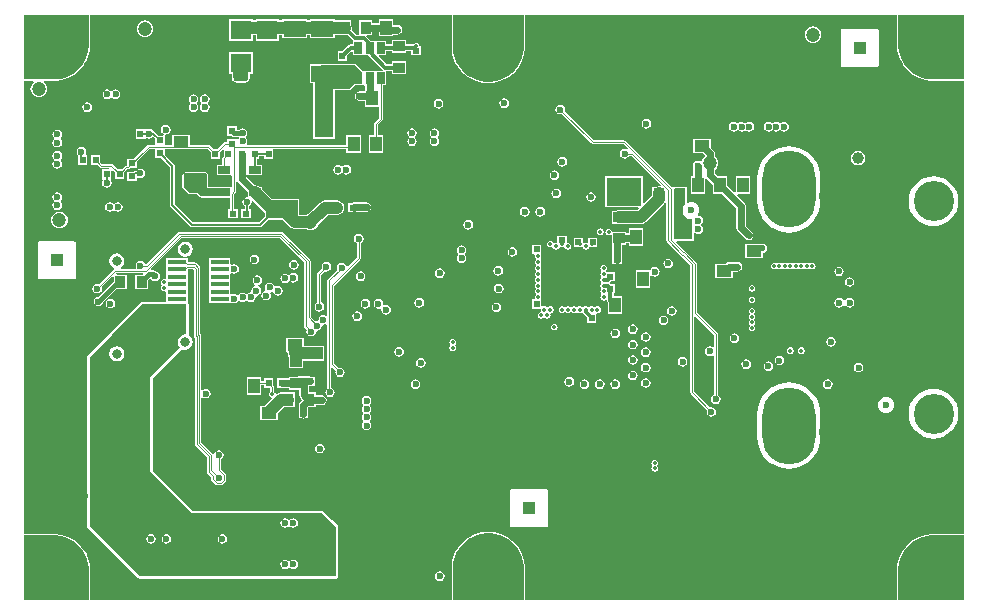
<source format=gbl>
G04*
G04 #@! TF.GenerationSoftware,Altium Limited,Altium Designer,18.0.11 (651)*
G04*
G04 Layer_Physical_Order=8*
G04 Layer_Color=16711680*
%FSLAX44Y44*%
%MOMM*%
G71*
G01*
G75*
%ADD11C,0.3000*%
%ADD12C,0.2000*%
%ADD14C,0.1500*%
%ADD19C,1.0000*%
%ADD21R,1.0000X1.0000*%
%ADD33R,0.6000X0.6000*%
%ADD34R,0.9000X1.0000*%
%ADD36R,1.0000X0.9000*%
%ADD37R,1.3000X1.0000*%
%ADD38R,0.6000X0.6000*%
%ADD39R,1.0000X1.3000*%
%ADD40R,1.6000X1.8000*%
%ADD43R,2.7000X1.6000*%
%ADD44R,1.6000X4.5000*%
%ADD45R,1.8000X1.6000*%
%ADD52R,3.0000X2.4000*%
%ADD67R,1.6000X0.4000*%
%ADD68R,1.6000X0.4000*%
%ADD73R,3.6958X5.0000*%
%ADD88C,0.3500*%
%ADD121C,0.8000*%
%ADD128C,1.0000*%
%ADD131C,0.1000*%
%ADD132C,0.1200*%
%ADD133C,0.6000*%
%ADD134C,0.4000*%
%ADD136C,0.3500*%
%ADD144C,3.4000*%
%ADD145C,1.2000*%
%ADD146C,0.7000*%
%ADD147C,5.0000*%
%ADD148C,0.6000*%
%ADD160R,1.0000X0.7000*%
%ADD161R,1.0000X0.7000*%
%ADD162R,0.7000X1.0000*%
%ADD163R,1.9000X1.4000*%
%ADD164R,0.7500X0.5500*%
%ADD165C,0.7000*%
%ADD166O,4.5000X6.5000*%
G36*
X797961Y443000D02*
X770534D01*
X766635Y443513D01*
X762836Y444531D01*
X759203Y446036D01*
X755797Y448002D01*
X752677Y450396D01*
X749896Y453177D01*
X747502Y456297D01*
X745536Y459703D01*
X744031Y463336D01*
X743013Y467135D01*
X742500Y471034D01*
Y473000D01*
Y498000D01*
X797961D01*
Y443000D01*
D02*
G37*
G36*
X57500Y473000D02*
Y471034D01*
X56987Y467135D01*
X55969Y463336D01*
X54464Y459703D01*
X52498Y456297D01*
X50104Y453177D01*
X47323Y450396D01*
X44203Y448002D01*
X40797Y446036D01*
X37164Y444531D01*
X33365Y443513D01*
X29466Y443000D01*
X2039D01*
Y498000D01*
X57500D01*
Y473000D01*
D02*
G37*
G36*
X425500Y471000D02*
Y469034D01*
X424987Y465135D01*
X423969Y461336D01*
X422464Y457703D01*
X420498Y454297D01*
X418104Y451177D01*
X415323Y448396D01*
X412203Y446002D01*
X408797Y444036D01*
X405164Y442531D01*
X401365Y441513D01*
X397466Y441000D01*
X393534D01*
X389635Y441513D01*
X385836Y442531D01*
X382203Y444036D01*
X378797Y446002D01*
X375677Y448396D01*
X372896Y451177D01*
X370502Y454297D01*
X368536Y457703D01*
X367031Y461336D01*
X366013Y465135D01*
X365500Y469034D01*
Y471000D01*
Y498000D01*
X425500D01*
Y471000D01*
D02*
G37*
G36*
X741418Y473000D02*
Y471034D01*
X741446Y470965D01*
X741427Y470892D01*
X741940Y466993D01*
X741977Y466929D01*
X741968Y466855D01*
X742986Y463056D01*
X743031Y462997D01*
Y462922D01*
X744536Y459289D01*
X744589Y459236D01*
X744599Y459162D01*
X746565Y455756D01*
X746624Y455710D01*
X746644Y455638D01*
X749038Y452518D01*
X749102Y452481D01*
X749131Y452412D01*
X751912Y449631D01*
X751981Y449602D01*
X752018Y449538D01*
X755138Y447144D01*
X755210Y447124D01*
X755256Y447065D01*
X758662Y445099D01*
X758736Y445089D01*
X758789Y445036D01*
X762422Y443531D01*
X762497D01*
X762556Y443486D01*
X766355Y442468D01*
X766429Y442477D01*
X766494Y442440D01*
X770392Y441927D01*
X770465Y441946D01*
X770534Y441918D01*
X797961D01*
Y58082D01*
X770534D01*
X770465Y58054D01*
X770392Y58073D01*
X766494Y57560D01*
X766429Y57523D01*
X766355Y57532D01*
X762556Y56514D01*
X762497Y56469D01*
X762422D01*
X758789Y54964D01*
X758736Y54911D01*
X758662Y54901D01*
X755256Y52935D01*
X755210Y52876D01*
X755138Y52856D01*
X752018Y50462D01*
X751981Y50398D01*
X751912Y50369D01*
X749131Y47588D01*
X749102Y47519D01*
X749038Y47482D01*
X746644Y44362D01*
X746624Y44290D01*
X746565Y44244D01*
X744599Y40838D01*
X744589Y40764D01*
X744536Y40711D01*
X743031Y37078D01*
Y37003D01*
X742986Y36944D01*
X741968Y33145D01*
X741977Y33071D01*
X741940Y33006D01*
X741427Y29108D01*
X741446Y29035D01*
X741418Y28966D01*
Y27000D01*
Y2039D01*
X426582D01*
Y29000D01*
Y30966D01*
X426554Y31035D01*
X426573Y31108D01*
X426060Y35006D01*
X426022Y35071D01*
X426032Y35145D01*
X425014Y38944D01*
X424969Y39003D01*
Y39078D01*
X423464Y42711D01*
X423411Y42764D01*
X423401Y42838D01*
X421435Y46244D01*
X421376Y46290D01*
X421356Y46362D01*
X418962Y49482D01*
X418898Y49519D01*
X418869Y49588D01*
X416088Y52369D01*
X416019Y52397D01*
X415982Y52462D01*
X412862Y54856D01*
X412790Y54876D01*
X412744Y54935D01*
X409338Y56901D01*
X409264Y56911D01*
X409211Y56964D01*
X405578Y58469D01*
X405503D01*
X405444Y58514D01*
X401645Y59532D01*
X401571Y59522D01*
X401507Y59560D01*
X397608Y60073D01*
X397535Y60054D01*
X397466Y60082D01*
X393534D01*
X393465Y60054D01*
X393392Y60073D01*
X389493Y59560D01*
X389429Y59522D01*
X389355Y59532D01*
X385556Y58514D01*
X385497Y58469D01*
X385422D01*
X381789Y56964D01*
X381736Y56911D01*
X381662Y56901D01*
X378256Y54935D01*
X378210Y54876D01*
X378138Y54856D01*
X375018Y52462D01*
X374981Y52397D01*
X374912Y52369D01*
X372131Y49588D01*
X372102Y49519D01*
X372038Y49482D01*
X369644Y46362D01*
X369624Y46290D01*
X369565Y46244D01*
X367599Y42838D01*
X367589Y42764D01*
X367536Y42711D01*
X366031Y39078D01*
Y39003D01*
X365986Y38944D01*
X364968Y35145D01*
X364977Y35071D01*
X364940Y35006D01*
X364427Y31108D01*
X364446Y31035D01*
X364418Y30966D01*
Y29000D01*
Y2039D01*
X58582D01*
Y27000D01*
Y28966D01*
X58554Y29035D01*
X58573Y29108D01*
X58060Y33006D01*
X58022Y33071D01*
X58032Y33145D01*
X57014Y36944D01*
X56969Y37003D01*
Y37078D01*
X55464Y40711D01*
X55411Y40764D01*
X55401Y40838D01*
X53435Y44244D01*
X53376Y44290D01*
X53356Y44362D01*
X50962Y47482D01*
X50897Y47519D01*
X50869Y47588D01*
X48088Y50369D01*
X48019Y50398D01*
X47982Y50462D01*
X44862Y52856D01*
X44790Y52876D01*
X44744Y52935D01*
X41338Y54901D01*
X41264Y54911D01*
X41211Y54964D01*
X37578Y56469D01*
X37503D01*
X37444Y56514D01*
X33645Y57532D01*
X33571Y57523D01*
X33507Y57560D01*
X29608Y58073D01*
X29535Y58054D01*
X29466Y58082D01*
X2039D01*
Y441918D01*
X10430D01*
X10861Y440648D01*
X10007Y439992D01*
X8885Y438530D01*
X8180Y436827D01*
X7940Y435000D01*
X8180Y433173D01*
X8885Y431470D01*
X10007Y430008D01*
X11470Y428886D01*
X13173Y428180D01*
X15000Y427940D01*
X16827Y428180D01*
X18530Y428886D01*
X19992Y430008D01*
X21114Y431470D01*
X21820Y433173D01*
X22060Y435000D01*
X21820Y436827D01*
X21114Y438530D01*
X19992Y439992D01*
X19139Y440648D01*
X19570Y441918D01*
X29466D01*
X29535Y441946D01*
X29608Y441927D01*
X33507Y442440D01*
X33571Y442477D01*
X33645Y442468D01*
X37444Y443486D01*
X37503Y443531D01*
X37578D01*
X41211Y445036D01*
X41264Y445089D01*
X41338Y445099D01*
X44744Y447065D01*
X44790Y447124D01*
X44862Y447144D01*
X47982Y449538D01*
X48019Y449602D01*
X48088Y449631D01*
X50869Y452412D01*
X50897Y452481D01*
X50962Y452518D01*
X53356Y455638D01*
X53376Y455710D01*
X53435Y455756D01*
X55401Y459162D01*
X55411Y459236D01*
X55464Y459289D01*
X56969Y462922D01*
Y462997D01*
X57014Y463056D01*
X58032Y466855D01*
X58022Y466929D01*
X58060Y466993D01*
X58573Y470892D01*
X58554Y470965D01*
X58582Y471034D01*
Y473000D01*
Y497961D01*
X364418D01*
Y471000D01*
Y469034D01*
X364446Y468965D01*
X364427Y468892D01*
X364940Y464994D01*
X364977Y464929D01*
X364968Y464855D01*
X365986Y461056D01*
X366031Y460997D01*
Y460922D01*
X367536Y457289D01*
X367589Y457236D01*
X367599Y457162D01*
X369565Y453756D01*
X369624Y453710D01*
X369644Y453638D01*
X372038Y450518D01*
X372102Y450481D01*
X372131Y450412D01*
X374912Y447631D01*
X374981Y447602D01*
X375018Y447538D01*
X378138Y445144D01*
X378210Y445124D01*
X378256Y445065D01*
X381662Y443099D01*
X381736Y443089D01*
X381789Y443036D01*
X385422Y441531D01*
X385497D01*
X385556Y441486D01*
X389355Y440468D01*
X389429Y440477D01*
X389493Y440440D01*
X393392Y439927D01*
X393465Y439946D01*
X393534Y439918D01*
X397466D01*
X397535Y439946D01*
X397608Y439927D01*
X401507Y440440D01*
X401571Y440477D01*
X401645Y440468D01*
X405444Y441486D01*
X405503Y441531D01*
X405578D01*
X409211Y443036D01*
X409264Y443089D01*
X409338Y443099D01*
X412744Y445065D01*
X412790Y445124D01*
X412862Y445144D01*
X415982Y447538D01*
X416019Y447602D01*
X416088Y447631D01*
X418869Y450412D01*
X418898Y450481D01*
X418962Y450518D01*
X421356Y453638D01*
X421376Y453710D01*
X421435Y453756D01*
X423401Y457162D01*
X423411Y457236D01*
X423464Y457289D01*
X424969Y460922D01*
Y460997D01*
X425014Y461056D01*
X426032Y464855D01*
X426022Y464929D01*
X426060Y464993D01*
X426573Y468892D01*
X426554Y468965D01*
X426582Y469034D01*
Y471000D01*
Y497961D01*
X741418D01*
Y473000D01*
D02*
G37*
G36*
X797961Y2000D02*
X742500D01*
Y27000D01*
Y28966D01*
X743013Y32865D01*
X744031Y36664D01*
X745536Y40297D01*
X747502Y43703D01*
X749896Y46823D01*
X752677Y49604D01*
X755797Y51998D01*
X759203Y53964D01*
X762836Y55469D01*
X766635Y56487D01*
X770534Y57000D01*
X797961D01*
Y2000D01*
D02*
G37*
G36*
X401365Y58487D02*
X405164Y57469D01*
X408797Y55964D01*
X412203Y53998D01*
X415323Y51604D01*
X418104Y48823D01*
X420498Y45703D01*
X422464Y42297D01*
X423969Y38664D01*
X424987Y34865D01*
X425500Y30966D01*
Y29000D01*
Y2000D01*
X365500D01*
Y29000D01*
Y30966D01*
X366013Y34865D01*
X367031Y38664D01*
X368536Y42297D01*
X370502Y45703D01*
X372896Y48823D01*
X375677Y51604D01*
X378797Y53998D01*
X382203Y55964D01*
X385836Y57469D01*
X389635Y58487D01*
X393534Y59000D01*
X397466D01*
X401365Y58487D01*
D02*
G37*
G36*
X33365Y56487D02*
X37164Y55469D01*
X40797Y53964D01*
X44203Y51998D01*
X47323Y49604D01*
X50104Y46823D01*
X52498Y43703D01*
X54464Y40297D01*
X55969Y36664D01*
X56987Y32865D01*
X57500Y28966D01*
Y27000D01*
Y2000D01*
X2039D01*
Y57000D01*
X29466D01*
X33365Y56487D01*
D02*
G37*
%LPC*%
G36*
X315000Y494500D02*
X303000D01*
Y491078D01*
X297500D01*
Y493000D01*
X286500D01*
X286500Y481000D01*
X285311Y480804D01*
X284161D01*
X279760Y485205D01*
X280117Y487000D01*
X279652Y489341D01*
X279500Y489568D01*
Y493000D01*
X274591D01*
X274000Y493118D01*
X265500D01*
Y494000D01*
X244500D01*
Y493118D01*
X242000D01*
Y494000D01*
X221000D01*
Y493118D01*
X218500D01*
Y494000D01*
X198500D01*
Y493118D01*
X196000D01*
Y494000D01*
X176000D01*
Y476000D01*
X196000D01*
Y480882D01*
X198500D01*
Y476000D01*
X218500D01*
Y480882D01*
X221000D01*
Y478000D01*
X242000D01*
Y480882D01*
X244500D01*
Y478000D01*
X265500D01*
Y480882D01*
X274000D01*
X274591Y481000D01*
X276035D01*
X280127Y476908D01*
X281000Y476000D01*
Y472804D01*
X279000D01*
X277927Y472590D01*
X277017Y471983D01*
X272035Y467000D01*
X268000D01*
Y459000D01*
X276000D01*
Y463035D01*
X279730Y466765D01*
X281000Y466239D01*
Y464000D01*
X290000D01*
X290000Y464000D01*
X290500D01*
Y464000D01*
X291270Y464000D01*
X293500D01*
X306230Y451270D01*
X305951Y450278D01*
X305751Y450000D01*
X300000D01*
Y450000D01*
X299500D01*
Y450000D01*
X291270D01*
X290500Y450000D01*
X289318Y450213D01*
X283765Y455765D01*
X283000Y456082D01*
X254000D01*
X254000Y456082D01*
X253801Y456000D01*
X244500D01*
Y440000D01*
X247418D01*
Y435500D01*
X247418Y435500D01*
X247500Y435301D01*
Y392500D01*
X265500D01*
Y433918D01*
X278000D01*
X278765Y434235D01*
X282531Y438000D01*
X289230D01*
X290000Y438000D01*
X290922Y437159D01*
Y433078D01*
X286500D01*
X284939Y432768D01*
X283616Y431884D01*
X282732Y430561D01*
X282422Y429000D01*
X282732Y427439D01*
X283616Y426116D01*
X284939Y425232D01*
X286500Y424922D01*
X291000D01*
Y419500D01*
X302876D01*
Y410173D01*
X299352Y406648D01*
X298876Y405500D01*
Y396000D01*
X294500D01*
Y381000D01*
X306500D01*
Y396000D01*
X302124D01*
Y404827D01*
X305648Y408352D01*
X306124Y409500D01*
Y438000D01*
X309000D01*
Y448926D01*
X309000Y450000D01*
X310189Y450196D01*
X314000D01*
Y447500D01*
X326000D01*
Y458500D01*
X314000D01*
Y455804D01*
X309627D01*
X302604Y462827D01*
X303090Y464000D01*
X309000D01*
Y467196D01*
X314000D01*
Y465500D01*
X326000D01*
Y467196D01*
X330500D01*
Y463500D01*
X338500D01*
Y471500D01*
X337204D01*
X337090Y472073D01*
X336483Y472983D01*
X335573Y473590D01*
X334500Y473804D01*
X333427Y473590D01*
X332517Y472983D01*
X332339Y472804D01*
X327500D01*
X327500Y472804D01*
X326000D01*
Y476500D01*
X314000D01*
Y472804D01*
X309000D01*
Y476000D01*
X300000D01*
X300000Y476000D01*
X299500D01*
Y476000D01*
X298730Y476000D01*
X295965D01*
X292235Y479730D01*
X292514Y480722D01*
X292714Y481000D01*
X297500D01*
Y482922D01*
X303000D01*
Y479500D01*
X315000D01*
Y480922D01*
X318500D01*
X320061Y481232D01*
X321384Y482116D01*
X322268Y483439D01*
X322578Y485000D01*
X322268Y486561D01*
X321384Y487884D01*
X320061Y488768D01*
X318500Y489078D01*
X315000D01*
Y494500D01*
D02*
G37*
G36*
X105000Y493060D02*
X103173Y492820D01*
X101470Y492114D01*
X100008Y490993D01*
X98886Y489530D01*
X98180Y487827D01*
X97940Y486000D01*
X98180Y484173D01*
X98886Y482470D01*
X100008Y481008D01*
X101470Y479886D01*
X103173Y479180D01*
X105000Y478940D01*
X106827Y479180D01*
X108530Y479886D01*
X109993Y481008D01*
X111115Y482470D01*
X111820Y484173D01*
X112060Y486000D01*
X111820Y487827D01*
X111115Y489530D01*
X109993Y490993D01*
X108530Y492114D01*
X106827Y492820D01*
X105000Y493060D01*
D02*
G37*
G36*
X670500Y488060D02*
X668673Y487820D01*
X666970Y487114D01*
X665508Y485992D01*
X664386Y484530D01*
X663680Y482827D01*
X663440Y481000D01*
X663680Y479173D01*
X664386Y477470D01*
X665508Y476008D01*
X666970Y474885D01*
X668673Y474180D01*
X670500Y473940D01*
X672327Y474180D01*
X674030Y474885D01*
X675492Y476008D01*
X676615Y477470D01*
X677320Y479173D01*
X677560Y481000D01*
X677320Y482827D01*
X676615Y484530D01*
X675492Y485992D01*
X674030Y487114D01*
X672327Y487820D01*
X670500Y488060D01*
D02*
G37*
G36*
X725000Y486082D02*
X695000D01*
X694235Y485765D01*
X693918Y485000D01*
Y455000D01*
X694235Y454235D01*
X695000Y453918D01*
X725000D01*
X725765Y454235D01*
X726082Y455000D01*
Y485000D01*
X725765Y485765D01*
X725000Y486082D01*
D02*
G37*
G36*
X196000Y466000D02*
X176000D01*
Y448000D01*
X178418D01*
Y444500D01*
X178418Y444500D01*
X178425Y444481D01*
X178732Y442939D01*
X179616Y441616D01*
X180939Y440732D01*
X182481Y440425D01*
X182500Y440418D01*
X189500Y440417D01*
X189519Y440425D01*
X191061Y440732D01*
X192384Y441616D01*
X193268Y442939D01*
X193575Y444482D01*
X193582Y444500D01*
X193582Y448000D01*
X196000D01*
Y466000D01*
D02*
G37*
G36*
X80000Y434578D02*
X78439Y434268D01*
X77320Y433520D01*
X76500Y433394D01*
X75680Y433520D01*
X74561Y434268D01*
X73000Y434578D01*
X71439Y434268D01*
X70116Y433384D01*
X69232Y432061D01*
X68922Y430500D01*
X69232Y428939D01*
X70116Y427616D01*
X71439Y426732D01*
X73000Y426422D01*
X74561Y426732D01*
X75884Y427616D01*
X77116D01*
X78439Y426732D01*
X80000Y426422D01*
X81561Y426732D01*
X82884Y427616D01*
X83768Y428939D01*
X84078Y430500D01*
X83768Y432061D01*
X82884Y433384D01*
X81561Y434268D01*
X80000Y434578D01*
D02*
G37*
G36*
X408999Y427077D02*
X407439Y426767D01*
X406115Y425883D01*
X405231Y424560D01*
X404921Y422999D01*
X405231Y421438D01*
X406115Y420115D01*
X407439Y419231D01*
X408999Y418921D01*
X410560Y419231D01*
X411883Y420115D01*
X412767Y421438D01*
X413078Y422999D01*
X412767Y424560D01*
X411883Y425883D01*
X410560Y426767D01*
X408999Y427077D01*
D02*
G37*
G36*
X353500Y426455D02*
X351939Y426144D01*
X350616Y425260D01*
X349732Y423937D01*
X349422Y422376D01*
X349732Y420816D01*
X350616Y419493D01*
X351939Y418609D01*
X353500Y418298D01*
X355061Y418609D01*
X356384Y419493D01*
X357268Y420816D01*
X357578Y422376D01*
X357268Y423937D01*
X356384Y425260D01*
X355061Y426144D01*
X353500Y426455D01*
D02*
G37*
G36*
X155500Y430578D02*
X153939Y430268D01*
X152616Y429384D01*
X151732Y428061D01*
X151422Y426500D01*
X151732Y424939D01*
X152616Y423616D01*
Y422384D01*
X151732Y421061D01*
X151422Y419500D01*
X151732Y417939D01*
X152616Y416616D01*
X153939Y415732D01*
X155500Y415422D01*
X157061Y415732D01*
X158384Y416616D01*
X159268Y417939D01*
X159578Y419500D01*
X159268Y421061D01*
X158384Y422384D01*
Y423616D01*
X159268Y424939D01*
X159578Y426500D01*
X159268Y428061D01*
X158384Y429384D01*
X157061Y430268D01*
X155500Y430578D01*
D02*
G37*
G36*
X146000D02*
X144439Y430268D01*
X143116Y429384D01*
X142232Y428061D01*
X141922Y426500D01*
X142232Y424939D01*
X143116Y423616D01*
Y422384D01*
X142232Y421061D01*
X141922Y419500D01*
X142232Y417939D01*
X143116Y416616D01*
X144439Y415732D01*
X146000Y415422D01*
X147561Y415732D01*
X148884Y416616D01*
X149768Y417939D01*
X150078Y419500D01*
X149768Y421061D01*
X148884Y422384D01*
Y423616D01*
X149768Y424939D01*
X150078Y426500D01*
X149768Y428061D01*
X148884Y429384D01*
X147561Y430268D01*
X146000Y430578D01*
D02*
G37*
G36*
X56000Y423577D02*
X54439Y423267D01*
X53116Y422383D01*
X52232Y421060D01*
X51922Y419499D01*
X52232Y417938D01*
X53116Y416615D01*
X54439Y415731D01*
X56000Y415421D01*
X57561Y415731D01*
X58884Y416615D01*
X59768Y417938D01*
X60078Y419499D01*
X59768Y421060D01*
X58884Y422383D01*
X57561Y423267D01*
X56000Y423577D01*
D02*
G37*
G36*
X616500Y407078D02*
X614939Y406768D01*
X614166Y406251D01*
X613250Y405989D01*
X612334Y406251D01*
X611561Y406768D01*
X610000Y407078D01*
X608439Y406768D01*
X607116Y405884D01*
X606384D01*
X605061Y406768D01*
X603500Y407078D01*
X601939Y406768D01*
X600616Y405884D01*
X599732Y404561D01*
X599422Y403000D01*
X599732Y401439D01*
X600616Y400116D01*
X601939Y399232D01*
X603500Y398922D01*
X605061Y399232D01*
X606384Y400116D01*
X607116D01*
X608439Y399232D01*
X610000Y398922D01*
X611561Y399232D01*
X612334Y399749D01*
X613250Y400011D01*
X614166Y399749D01*
X614939Y399232D01*
X616500Y398922D01*
X618061Y399232D01*
X619384Y400116D01*
X620268Y401439D01*
X620578Y403000D01*
X620268Y404561D01*
X619384Y405884D01*
X618061Y406768D01*
X616500Y407078D01*
D02*
G37*
G36*
X646000D02*
X644439Y406768D01*
X643116Y405884D01*
X642384D01*
X641061Y406768D01*
X639500Y407078D01*
X637939Y406768D01*
X636616Y405884D01*
X635884D01*
X634561Y406768D01*
X633000Y407078D01*
X631439Y406768D01*
X630116Y405884D01*
X629232Y404561D01*
X628922Y403000D01*
X629232Y401439D01*
X630116Y400116D01*
X631439Y399232D01*
X633000Y398922D01*
X634561Y399232D01*
X635884Y400116D01*
X636616D01*
X637939Y399232D01*
X639500Y398922D01*
X641061Y399232D01*
X642384Y400116D01*
X643116D01*
X644439Y399232D01*
X646000Y398922D01*
X647561Y399232D01*
X648884Y400116D01*
X649768Y401439D01*
X650078Y403000D01*
X649768Y404561D01*
X648884Y405884D01*
X647561Y406768D01*
X646000Y407078D01*
D02*
G37*
G36*
X529500Y409578D02*
X527939Y409268D01*
X526616Y408384D01*
X525732Y407061D01*
X525422Y405500D01*
X525732Y403939D01*
X526616Y402616D01*
X527939Y401732D01*
X529500Y401422D01*
X531061Y401732D01*
X532384Y402616D01*
X533268Y403939D01*
X533578Y405500D01*
X533268Y407061D01*
X532384Y408384D01*
X531061Y409268D01*
X529500Y409578D01*
D02*
G37*
G36*
X122500Y404578D02*
X120939Y404268D01*
X119616Y403384D01*
X118732Y402061D01*
X118422Y400500D01*
X118732Y398939D01*
X119616Y397616D01*
X120883Y396770D01*
X120900Y396675D01*
X120487Y395500D01*
X120302Y395500D01*
X116023D01*
X113262Y398262D01*
X112683Y398648D01*
X112137Y398757D01*
X111384Y399884D01*
X110061Y400768D01*
X108500Y401078D01*
X106939Y400768D01*
X106270Y400321D01*
X105000Y401000D01*
Y401000D01*
X97000D01*
Y393000D01*
X105000D01*
Y393000D01*
X106270Y393679D01*
X106939Y393232D01*
X108500Y392922D01*
X110061Y393232D01*
X111384Y394116D01*
X112273Y394204D01*
X113500Y392977D01*
Y387624D01*
X108000D01*
X106852Y387148D01*
X95704Y376000D01*
X90000D01*
Y370296D01*
X89827Y370124D01*
X89000D01*
X87852Y369648D01*
X85204Y367000D01*
X81796D01*
X77648Y371148D01*
X76500Y371624D01*
X68672D01*
X67000Y373296D01*
Y379000D01*
X59000D01*
Y371000D01*
X64704D01*
X66852Y368852D01*
X68000Y368376D01*
X74603D01*
X74674Y368270D01*
X73996Y367000D01*
X68500D01*
Y359000D01*
X68500D01*
X69179Y357730D01*
X68732Y357061D01*
X68422Y355500D01*
X68732Y353939D01*
X69616Y352616D01*
X70939Y351732D01*
X72500Y351422D01*
X74061Y351732D01*
X75384Y352616D01*
X76268Y353939D01*
X76578Y355500D01*
X76268Y357061D01*
X75821Y357730D01*
X76500Y359000D01*
X76500D01*
Y365908D01*
X77770Y366434D01*
X79500Y364704D01*
Y359000D01*
X87500D01*
Y364704D01*
X89672Y366876D01*
X90500D01*
X91648Y367352D01*
X92296Y368000D01*
X98000D01*
Y373704D01*
X108673Y384376D01*
X113500D01*
Y376500D01*
X118616D01*
X125961Y369155D01*
Y336500D01*
X126116Y335720D01*
X126558Y335058D01*
X143058Y318558D01*
X143720Y318116D01*
X144500Y317961D01*
X202500D01*
X203280Y318116D01*
X203942Y318558D01*
X209384Y324000D01*
X221348D01*
X227174Y318174D01*
X229159Y316848D01*
X231500Y316383D01*
X241477D01*
X243173Y315680D01*
X245000Y315440D01*
X246827Y315680D01*
X248530Y316385D01*
X249992Y317507D01*
X251115Y318970D01*
X251817Y320665D01*
X259534Y328382D01*
X267500D01*
X269841Y328848D01*
X271826Y330174D01*
X272211Y330750D01*
X272250D01*
Y330809D01*
X273152Y332159D01*
X273617Y334500D01*
X273152Y336841D01*
X272250Y338191D01*
Y338250D01*
X272211D01*
X271826Y338826D01*
X269841Y340152D01*
X267500Y340617D01*
X257000D01*
X254659Y340152D01*
X252674Y338826D01*
X243165Y329317D01*
X241477Y328618D01*
X235500D01*
Y342000D01*
X212152D01*
X204000Y350151D01*
Y352000D01*
X202065D01*
X200341Y353152D01*
X198000Y353618D01*
X197708Y353559D01*
X190828Y360439D01*
Y361762D01*
X192000Y362000D01*
X192098Y362000D01*
X204000D01*
Y371000D01*
X200039D01*
Y376000D01*
X201750D01*
Y377961D01*
X205500D01*
Y376000D01*
X213500D01*
X213500Y384000D01*
X214614Y384376D01*
X275500D01*
Y381000D01*
X287500D01*
Y396000D01*
X275500D01*
Y387624D01*
X191736D01*
X191137Y388744D01*
X191268Y388939D01*
X191578Y390500D01*
X191268Y392061D01*
X190384Y393384D01*
Y394616D01*
X191268Y395939D01*
X191578Y397500D01*
X191268Y399061D01*
X190384Y400384D01*
X189061Y401268D01*
X187500Y401578D01*
X185939Y401268D01*
X184878Y400559D01*
X182500D01*
Y403500D01*
X174500D01*
Y395500D01*
X178174D01*
X178337Y395337D01*
X179329Y394674D01*
X180500Y394441D01*
X183913D01*
X184234Y393958D01*
X184474Y393171D01*
X183770Y392118D01*
X183675Y392100D01*
X182500Y392500D01*
Y392500D01*
X174500D01*
Y390124D01*
X173000D01*
X171852Y389648D01*
X166204Y384000D01*
X162796D01*
X159648Y387148D01*
X158500Y387624D01*
X143000D01*
Y396000D01*
X128000D01*
Y387624D01*
X121500D01*
Y394636D01*
X121500Y395326D01*
X122143Y396398D01*
X122500Y396422D01*
X124061Y396732D01*
X125384Y397616D01*
X126268Y398939D01*
X126578Y400500D01*
X126268Y402061D01*
X125384Y403384D01*
X124061Y404268D01*
X122500Y404578D01*
D02*
G37*
G36*
X350000Y401578D02*
X348439Y401268D01*
X347116Y400384D01*
X346232Y399061D01*
X345922Y397500D01*
X346232Y395939D01*
X347116Y394616D01*
Y393384D01*
X346232Y392061D01*
X345922Y390500D01*
X346232Y388939D01*
X347116Y387616D01*
X348439Y386732D01*
X350000Y386422D01*
X351561Y386732D01*
X352884Y387616D01*
X353768Y388939D01*
X354078Y390500D01*
X353768Y392061D01*
X352884Y393384D01*
Y394616D01*
X353768Y395939D01*
X354078Y397500D01*
X353768Y399061D01*
X352884Y400384D01*
X351561Y401268D01*
X350000Y401578D01*
D02*
G37*
G36*
X331000D02*
X329439Y401268D01*
X328116Y400384D01*
X327232Y399061D01*
X326922Y397500D01*
X327232Y395939D01*
X328116Y394616D01*
Y393384D01*
X327232Y392061D01*
X326922Y390500D01*
X327232Y388939D01*
X328116Y387616D01*
X329439Y386732D01*
X331000Y386422D01*
X332561Y386732D01*
X333884Y387616D01*
X334768Y388939D01*
X335078Y390500D01*
X334768Y392061D01*
X333884Y393384D01*
Y394616D01*
X334768Y395939D01*
X335078Y397500D01*
X334768Y399061D01*
X333884Y400384D01*
X332561Y401268D01*
X331000Y401578D01*
D02*
G37*
G36*
X30500Y400578D02*
X28939Y400268D01*
X27616Y399384D01*
X26732Y398061D01*
X26422Y396500D01*
X26732Y394939D01*
X27616Y393616D01*
Y392384D01*
X26732Y391061D01*
X26422Y389500D01*
X26732Y387939D01*
X27616Y386616D01*
X28939Y385732D01*
X30500Y385422D01*
X32061Y385732D01*
X33384Y386616D01*
X34268Y387939D01*
X34578Y389500D01*
X34268Y391061D01*
X33384Y392384D01*
Y393616D01*
X34268Y394939D01*
X34578Y396500D01*
X34268Y398061D01*
X33384Y399384D01*
X32061Y400268D01*
X30500Y400578D01*
D02*
G37*
G36*
X456500Y421578D02*
X454939Y421268D01*
X453616Y420384D01*
X452732Y419061D01*
X452422Y417500D01*
X452732Y415939D01*
X453616Y414616D01*
X454939Y413732D01*
X456500Y413422D01*
X457873Y413695D01*
X482716Y388852D01*
X483864Y388376D01*
X509777D01*
X513457Y384696D01*
X512648Y383710D01*
X512561Y383768D01*
X511000Y384078D01*
X509439Y383768D01*
X508116Y382884D01*
X507232Y381561D01*
X506922Y380000D01*
X507232Y378439D01*
X508116Y377116D01*
X509439Y376232D01*
X511000Y375922D01*
X512561Y376232D01*
X513884Y377116D01*
X514726Y378376D01*
X516949D01*
X541764Y353562D01*
X541138Y352391D01*
X540000Y352617D01*
X537659Y352152D01*
X537432Y352000D01*
X534500D01*
Y349068D01*
X534348Y348841D01*
X533882Y346500D01*
Y344534D01*
X527673Y338325D01*
X526500Y338811D01*
Y361000D01*
X522394D01*
X522000Y361078D01*
X521606Y361000D01*
X513894D01*
X513500Y361078D01*
X513106Y361000D01*
X505894D01*
X505500Y361078D01*
X505106Y361000D01*
X494500D01*
Y335000D01*
X522689D01*
X523175Y333827D01*
X521966Y332617D01*
X506500D01*
X504159Y332152D01*
X503932Y332000D01*
X500500D01*
Y327091D01*
X500382Y326500D01*
X500500Y325909D01*
Y321000D01*
X503932D01*
X504159Y320848D01*
X506500Y320382D01*
X524500D01*
X526841Y320848D01*
X528826Y322174D01*
X544326Y337674D01*
X545121Y338864D01*
X546376Y338457D01*
Y306672D01*
X546852Y305523D01*
X558774Y293602D01*
X559102Y293466D01*
X566376Y286191D01*
Y178000D01*
X566852Y176852D01*
X580717Y162987D01*
X580422Y161500D01*
X580732Y159939D01*
X581616Y158616D01*
X582939Y157732D01*
X584500Y157422D01*
X586061Y157732D01*
X587384Y158616D01*
X588268Y159939D01*
X588578Y161500D01*
X588268Y163061D01*
X587384Y164384D01*
X586061Y165268D01*
X584500Y165578D01*
X583013Y165283D01*
X569624Y178673D01*
Y242421D01*
X570797Y242907D01*
X586626Y227078D01*
Y216884D01*
X585356Y216236D01*
X584561Y216768D01*
X583000Y217078D01*
X581439Y216768D01*
X580116Y215884D01*
X579232Y214561D01*
X578922Y213000D01*
X579232Y211439D01*
X580116Y210116D01*
X581439Y209232D01*
X583000Y208922D01*
X584561Y209232D01*
X585356Y209764D01*
X586626Y209116D01*
Y175976D01*
X585366Y175134D01*
X584482Y173811D01*
X584172Y172250D01*
X584482Y170689D01*
X585366Y169366D01*
X586689Y168482D01*
X588250Y168172D01*
X589811Y168482D01*
X591134Y169366D01*
X592018Y170689D01*
X592328Y172250D01*
X592018Y173811D01*
X591134Y175134D01*
X589874Y175976D01*
Y227750D01*
X589398Y228898D01*
X572124Y246173D01*
Y287192D01*
X571648Y288340D01*
X562090Y297898D01*
X561762Y298034D01*
X554469Y305327D01*
X554955Y306500D01*
X569500D01*
Y312501D01*
X570111Y312838D01*
X570770Y313013D01*
X571939Y312232D01*
X573500Y311922D01*
X575061Y312232D01*
X576384Y313116D01*
X577268Y314439D01*
X577578Y316000D01*
X577268Y317561D01*
X576384Y318884D01*
X576038Y319115D01*
Y320385D01*
X576384Y320616D01*
X577268Y321939D01*
X577578Y323500D01*
X577268Y325061D01*
X576384Y326384D01*
X575061Y327268D01*
X573843Y327510D01*
X573335Y328402D01*
X573250Y328824D01*
X573440Y329071D01*
X574125Y330725D01*
X574359Y332500D01*
X574125Y334275D01*
X573440Y335929D01*
X572350Y337350D01*
X570929Y338440D01*
X569275Y339125D01*
X567500Y339359D01*
X565725Y339125D01*
X564852Y338764D01*
X563582Y339611D01*
X563582Y349500D01*
X563500Y349699D01*
Y352000D01*
X561199D01*
X561000Y352082D01*
X553736D01*
X553500Y352082D01*
X553500Y352082D01*
X552500Y352000D01*
X551402Y351585D01*
X551148Y351598D01*
X511598Y391148D01*
X510450Y391624D01*
X484536D01*
X460249Y415911D01*
X460268Y415939D01*
X460578Y417500D01*
X460268Y419061D01*
X459384Y420384D01*
X458061Y421268D01*
X456500Y421578D01*
D02*
G37*
G36*
X584000Y393000D02*
X569000D01*
Y381000D01*
X576732D01*
X578844Y378888D01*
X578792Y377594D01*
X578008Y376992D01*
X576885Y375530D01*
X576305Y374130D01*
X575407Y373673D01*
X574865Y373565D01*
X574561Y373768D01*
X573000Y374078D01*
X571439Y373768D01*
X570116Y372884D01*
X569232Y371561D01*
X568922Y370000D01*
Y361000D01*
X567000D01*
Y346000D01*
X579000D01*
Y359001D01*
X579642Y359355D01*
X580270Y359462D01*
X586000Y353732D01*
Y346000D01*
X593732D01*
X605422Y334311D01*
Y317500D01*
X605422Y317500D01*
X605732Y315939D01*
X606616Y314616D01*
X613116Y308116D01*
X613116Y308116D01*
X614439Y307232D01*
X616000Y306922D01*
X617561Y307232D01*
X618884Y308116D01*
X619768Y309439D01*
X620078Y311000D01*
X619768Y312561D01*
X618884Y313884D01*
X618884Y313884D01*
X613578Y319189D01*
Y336000D01*
X613268Y337561D01*
X612384Y338884D01*
X612384Y338884D01*
X606441Y344827D01*
X606927Y346000D01*
X617000D01*
Y361000D01*
X605000D01*
Y347927D01*
X603827Y347441D01*
X598000Y353268D01*
Y361000D01*
X590268D01*
X587078Y364189D01*
Y366306D01*
X587992Y367007D01*
X589114Y368470D01*
X589820Y370173D01*
X590060Y372000D01*
X589820Y373827D01*
X589114Y375530D01*
X587992Y376992D01*
X587078Y377694D01*
Y380500D01*
X587078Y380500D01*
X586768Y382061D01*
X585884Y383384D01*
X585884Y383384D01*
X584000Y385268D01*
Y393000D01*
D02*
G37*
G36*
X51000Y386078D02*
X49439Y385768D01*
X48116Y384884D01*
X47232Y383561D01*
X46922Y382000D01*
X47232Y380439D01*
X47487Y380058D01*
X48000Y379000D01*
Y371000D01*
X56000D01*
Y379000D01*
X55334D01*
X54655Y380270D01*
X54768Y380439D01*
X55078Y382000D01*
X54768Y383561D01*
X53884Y384884D01*
X52561Y385768D01*
X51000Y386078D01*
D02*
G37*
G36*
X708500Y382617D02*
X706159Y382152D01*
X704174Y380826D01*
X702848Y378841D01*
X702383Y376500D01*
X702848Y374159D01*
X704174Y372174D01*
X706159Y370848D01*
X708500Y370382D01*
X710841Y370848D01*
X712826Y372174D01*
X714152Y374159D01*
X714617Y376500D01*
X714152Y378841D01*
X712826Y380826D01*
X710841Y382152D01*
X708500Y382617D01*
D02*
G37*
G36*
X275500Y370578D02*
X273939Y370268D01*
X272820Y369520D01*
X272000Y369394D01*
X271180Y369520D01*
X270061Y370268D01*
X268500Y370578D01*
X266939Y370268D01*
X265616Y369384D01*
X264732Y368061D01*
X264422Y366500D01*
X264732Y364939D01*
X265616Y363616D01*
X266939Y362732D01*
X268500Y362422D01*
X270061Y362732D01*
X271180Y363480D01*
X272000Y363606D01*
X272820Y363480D01*
X273939Y362732D01*
X275500Y362422D01*
X277061Y362732D01*
X278384Y363616D01*
X279268Y364939D01*
X279578Y366500D01*
X279268Y368061D01*
X278384Y369384D01*
X277061Y370268D01*
X275500Y370578D01*
D02*
G37*
G36*
X458124Y377455D02*
X456563Y377144D01*
X455240Y376260D01*
X454356Y374937D01*
X454045Y373376D01*
X454356Y371816D01*
X455240Y370493D01*
X456563Y369608D01*
X458124Y369298D01*
X459684Y369608D01*
X461007Y370493D01*
X461892Y371816D01*
X462202Y373376D01*
X461892Y374937D01*
X461007Y376260D01*
X459684Y377144D01*
X458124Y377455D01*
D02*
G37*
G36*
X30500Y382578D02*
X28939Y382268D01*
X27616Y381384D01*
X26732Y380061D01*
X26422Y378500D01*
X26732Y376939D01*
X27616Y375616D01*
Y374384D01*
X26732Y373061D01*
X26422Y371500D01*
X26732Y369939D01*
X27616Y368616D01*
X28939Y367732D01*
X30500Y367422D01*
X32061Y367732D01*
X33384Y368616D01*
X34268Y369939D01*
X34578Y371500D01*
X34268Y373061D01*
X33384Y374384D01*
Y375616D01*
X34268Y376939D01*
X34578Y378500D01*
X34268Y380061D01*
X33384Y381384D01*
X32061Y382268D01*
X30500Y382578D01*
D02*
G37*
G36*
X101000Y367578D02*
X99439Y367267D01*
X98116Y366383D01*
X97381Y365284D01*
X96499D01*
X95816Y365148D01*
X95595Y365000D01*
X90000D01*
Y357000D01*
X98000D01*
Y359165D01*
X99270Y359844D01*
X99439Y359731D01*
X101000Y359421D01*
X102561Y359731D01*
X103884Y360615D01*
X104768Y361939D01*
X105078Y363499D01*
X104768Y365060D01*
X103884Y366383D01*
X102561Y367267D01*
X101000Y367578D01*
D02*
G37*
G36*
X451500Y366078D02*
X449939Y365768D01*
X448616Y364884D01*
X447732Y363561D01*
X447422Y362000D01*
X447732Y360439D01*
X448616Y359116D01*
X449939Y358232D01*
X451500Y357922D01*
X453061Y358232D01*
X454384Y359116D01*
X455268Y360439D01*
X455578Y362000D01*
X455268Y363561D01*
X454384Y364884D01*
X453061Y365768D01*
X451500Y366078D01*
D02*
G37*
G36*
X453000Y350578D02*
X451439Y350268D01*
X450116Y349384D01*
X449232Y348061D01*
X448922Y346500D01*
X449232Y344939D01*
X450116Y343616D01*
X451439Y342732D01*
X453000Y342422D01*
X454561Y342732D01*
X455884Y343616D01*
X456768Y344939D01*
X457078Y346500D01*
X456768Y348061D01*
X455884Y349384D01*
X454561Y350268D01*
X453000Y350578D01*
D02*
G37*
G36*
X482499Y347578D02*
X480938Y347267D01*
X479615Y346383D01*
X478731Y345060D01*
X478421Y343499D01*
X478731Y341939D01*
X479615Y340616D01*
X480938Y339731D01*
X482499Y339421D01*
X484060Y339731D01*
X485383Y340616D01*
X486267Y341939D01*
X486577Y343499D01*
X486267Y345060D01*
X485383Y346383D01*
X484060Y347267D01*
X482499Y347578D01*
D02*
G37*
G36*
X82000Y339078D02*
X80439Y338768D01*
X79320Y338020D01*
X78500Y337894D01*
X77680Y338020D01*
X76561Y338768D01*
X75000Y339078D01*
X73439Y338768D01*
X72116Y337884D01*
X71232Y336561D01*
X70922Y335000D01*
X71232Y333439D01*
X72116Y332116D01*
X73439Y331232D01*
X75000Y330922D01*
X76561Y331232D01*
X77680Y331980D01*
X78500Y332106D01*
X79320Y331980D01*
X80439Y331232D01*
X82000Y330922D01*
X83561Y331232D01*
X84884Y332116D01*
X85768Y333439D01*
X86078Y335000D01*
X85768Y336561D01*
X84884Y337884D01*
X83561Y338768D01*
X82000Y339078D01*
D02*
G37*
G36*
X30500Y347578D02*
X28939Y347268D01*
X27616Y346384D01*
X26732Y345061D01*
X26422Y343500D01*
X26732Y341939D01*
X27616Y340616D01*
Y339384D01*
X26732Y338061D01*
X26422Y336500D01*
X26732Y334939D01*
X27616Y333616D01*
X28939Y332732D01*
X30500Y332422D01*
X32061Y332732D01*
X33384Y333616D01*
X34268Y334939D01*
X34578Y336500D01*
X34268Y338061D01*
X33384Y339384D01*
Y340616D01*
X34268Y341939D01*
X34578Y343500D01*
X34268Y345061D01*
X33384Y346384D01*
X32061Y347268D01*
X30500Y347578D01*
D02*
G37*
G36*
X282000Y339078D02*
X280439Y338768D01*
X279664Y338250D01*
X276750D01*
Y330750D01*
X279912D01*
X279939Y330732D01*
X281500Y330422D01*
X283061Y330732D01*
X283088Y330750D01*
X286250D01*
Y330922D01*
X292500D01*
X294061Y331232D01*
X295384Y332116D01*
X296268Y333439D01*
X296578Y335000D01*
X296268Y336561D01*
X295384Y337884D01*
X294061Y338768D01*
X292500Y339078D01*
X282000D01*
X282000Y339078D01*
D02*
G37*
G36*
X426500Y335078D02*
X424939Y334768D01*
X423616Y333884D01*
X422732Y332561D01*
X422422Y331000D01*
X422732Y329439D01*
X423616Y328116D01*
X424939Y327232D01*
X426500Y326922D01*
X428061Y327232D01*
X429384Y328116D01*
X430268Y329439D01*
X430578Y331000D01*
X430268Y332561D01*
X429384Y333884D01*
X428061Y334768D01*
X426500Y335078D01*
D02*
G37*
G36*
X439499Y335078D02*
X437938Y334767D01*
X436615Y333883D01*
X435731Y332560D01*
X435421Y330999D01*
X435731Y329439D01*
X436615Y328116D01*
X437938Y327231D01*
X439499Y326921D01*
X441060Y327231D01*
X442383Y328116D01*
X443267Y329439D01*
X443577Y330999D01*
X443267Y332560D01*
X442383Y333883D01*
X441060Y334767D01*
X439499Y335078D01*
D02*
G37*
G36*
X772500Y361102D02*
X768383Y360696D01*
X764425Y359495D01*
X760777Y357545D01*
X757579Y354921D01*
X754955Y351723D01*
X753005Y348075D01*
X751804Y344117D01*
X751398Y340000D01*
X751804Y335883D01*
X753005Y331925D01*
X754955Y328277D01*
X757579Y325079D01*
X760777Y322455D01*
X764425Y320505D01*
X768383Y319304D01*
X772500Y318898D01*
X776617Y319304D01*
X780575Y320505D01*
X784223Y322455D01*
X787421Y325079D01*
X790045Y328277D01*
X791995Y331925D01*
X793196Y335883D01*
X793602Y340000D01*
X793196Y344117D01*
X791995Y348075D01*
X790045Y351723D01*
X787421Y354921D01*
X784223Y357545D01*
X780575Y359495D01*
X776617Y360696D01*
X772500Y361102D01*
D02*
G37*
G36*
X32500Y331060D02*
X30673Y330820D01*
X28970Y330115D01*
X27508Y328993D01*
X26386Y327530D01*
X25680Y325827D01*
X25440Y324000D01*
X25680Y322173D01*
X26386Y320470D01*
X27508Y319008D01*
X28970Y317885D01*
X30673Y317180D01*
X32500Y316940D01*
X34327Y317180D01*
X36030Y317885D01*
X37492Y319008D01*
X38614Y320470D01*
X39320Y322173D01*
X39560Y324000D01*
X39320Y325827D01*
X38614Y327530D01*
X37492Y328993D01*
X36030Y330115D01*
X34327Y330820D01*
X32500Y331060D01*
D02*
G37*
G36*
X378500Y324078D02*
X376939Y323768D01*
X375616Y322884D01*
X374732Y321561D01*
X374422Y320000D01*
X374732Y318439D01*
X375616Y317116D01*
X376939Y316232D01*
X378500Y315922D01*
X380061Y316232D01*
X381384Y317116D01*
X382268Y318439D01*
X382578Y320000D01*
X382268Y321561D01*
X381384Y322884D01*
X380061Y323768D01*
X378500Y324078D01*
D02*
G37*
G36*
X650000Y386582D02*
X645842Y386255D01*
X641786Y385281D01*
X637932Y383685D01*
X634375Y381505D01*
X631204Y378796D01*
X628495Y375625D01*
X626315Y372068D01*
X624719Y368214D01*
X623745Y364158D01*
X623418Y360000D01*
Y340000D01*
X623745Y335842D01*
X624719Y331786D01*
X626315Y327932D01*
X628495Y324376D01*
X631204Y321204D01*
X634375Y318495D01*
X637932Y316315D01*
X641786Y314719D01*
X645842Y313745D01*
X650000Y313418D01*
X654158Y313745D01*
X658214Y314719D01*
X662068Y316315D01*
X665624Y318495D01*
X668796Y321204D01*
X671505Y324376D01*
X673685Y327932D01*
X675281Y331786D01*
X676255Y335842D01*
X676582Y340000D01*
Y360000D01*
X676255Y364158D01*
X675281Y368214D01*
X673685Y372068D01*
X671505Y375625D01*
X668796Y378796D01*
X665624Y381505D01*
X662068Y383685D01*
X658214Y385281D01*
X654158Y386255D01*
X650000Y386582D01*
D02*
G37*
G36*
X526500Y317000D02*
X514500D01*
Y313078D01*
X512500D01*
Y314000D01*
X501500D01*
X500710Y314000D01*
X500090Y315073D01*
X500076Y315094D01*
X499483Y315983D01*
X498573Y316590D01*
X497500Y316804D01*
X496427Y316590D01*
X495517Y315983D01*
X494910Y315073D01*
X494696Y314000D01*
X494910Y312927D01*
X495517Y312017D01*
X496427Y311410D01*
X497500Y311196D01*
X498573Y311410D01*
X499230Y311849D01*
X500134Y311549D01*
X500500Y311286D01*
Y306898D01*
X500421Y306499D01*
X500421Y306499D01*
Y290499D01*
X500500Y290101D01*
Y286750D01*
X502911D01*
X502938Y286732D01*
X504499Y286421D01*
X506060Y286732D01*
X506087Y286750D01*
X508500D01*
Y290110D01*
X508577Y290499D01*
Y303000D01*
X512500D01*
Y304922D01*
X514500D01*
Y302000D01*
X526500D01*
Y317000D01*
D02*
G37*
G36*
X490417Y316887D02*
X489344Y316674D01*
X488434Y316066D01*
X487826Y315156D01*
X487613Y314083D01*
X487826Y313010D01*
X488434Y312101D01*
X489344Y311493D01*
X490417Y311279D01*
X491490Y311493D01*
X492399Y312101D01*
X493007Y313010D01*
X493221Y314083D01*
X493007Y315156D01*
X492399Y316066D01*
X491490Y316674D01*
X490417Y316887D01*
D02*
G37*
G36*
X488000Y309000D02*
X480000D01*
Y305163D01*
X478730Y304428D01*
X478023Y304569D01*
X477020Y304369D01*
X476931Y304367D01*
X475750Y305081D01*
Y309000D01*
X467750D01*
Y301000D01*
X472729D01*
X473000Y300946D01*
X473271Y301000D01*
X475372D01*
X475433Y300692D01*
X476041Y299782D01*
X476950Y299174D01*
X478023Y298961D01*
X479096Y299174D01*
X480006Y299782D01*
X480614Y300692D01*
X480675Y301000D01*
X482729D01*
X483000Y300946D01*
X483271Y301000D01*
X488000D01*
Y309000D01*
D02*
G37*
G36*
X462000Y310750D02*
X454000D01*
Y305371D01*
X453022Y304569D01*
X451949Y304355D01*
X450590Y304823D01*
X449983Y305733D01*
X449073Y306340D01*
X448000Y306554D01*
X446927Y306340D01*
X446017Y305733D01*
X445410Y304823D01*
X445196Y303750D01*
X445410Y302677D01*
X446017Y301767D01*
X446927Y301160D01*
X448000Y300946D01*
X449073Y301160D01*
X450432Y300692D01*
X451040Y299782D01*
X451949Y299174D01*
X453022Y298961D01*
X454095Y299174D01*
X455005Y299782D01*
X455612Y300692D01*
X456927Y301160D01*
X458000Y300946D01*
X459073Y301160D01*
X460410Y300677D01*
X461017Y299767D01*
X461927Y299160D01*
X463000Y298946D01*
X464073Y299160D01*
X464983Y299767D01*
X465590Y300677D01*
X465804Y301750D01*
X465590Y302823D01*
X464983Y303733D01*
X464073Y304340D01*
X463000Y304554D01*
X462982Y304550D01*
X462000Y305356D01*
Y310750D01*
D02*
G37*
G36*
X416000Y301078D02*
X414439Y300768D01*
X413116Y299884D01*
X412232Y298561D01*
X411922Y297000D01*
X412232Y295439D01*
X413116Y294116D01*
X414439Y293232D01*
X416000Y292922D01*
X417561Y293232D01*
X418884Y294116D01*
X419768Y295439D01*
X420078Y297000D01*
X419768Y298561D01*
X418884Y299884D01*
X417561Y300768D01*
X416000Y301078D01*
D02*
G37*
G36*
X139000Y305673D02*
X136542Y305184D01*
X134458Y303792D01*
X133066Y301708D01*
X132577Y299250D01*
X133066Y296792D01*
X134458Y294708D01*
X136542Y293316D01*
X139000Y292827D01*
X141458Y293316D01*
X143542Y294708D01*
X144935Y296792D01*
X145423Y299250D01*
X144935Y301708D01*
X143542Y303792D01*
X141458Y305184D01*
X139000Y305673D01*
D02*
G37*
G36*
X627500Y304078D02*
X625939Y303768D01*
X625538Y303500D01*
X613000D01*
Y291500D01*
X628000D01*
Y296021D01*
X629061Y296232D01*
X630384Y297116D01*
X631268Y298439D01*
X631578Y300000D01*
X631268Y301561D01*
X630384Y302884D01*
X629061Y303768D01*
X627500Y304078D01*
D02*
G37*
G36*
X373000Y302578D02*
X371439Y302268D01*
X370116Y301384D01*
X369232Y300061D01*
X368922Y298500D01*
X369232Y296939D01*
X370116Y295616D01*
Y294384D01*
X369232Y293061D01*
X368922Y291500D01*
X369232Y289939D01*
X370116Y288616D01*
X371439Y287732D01*
X373000Y287422D01*
X374561Y287732D01*
X375884Y288616D01*
X376768Y289939D01*
X377078Y291500D01*
X376768Y293061D01*
X375884Y294384D01*
Y295616D01*
X376768Y296939D01*
X377078Y298500D01*
X376768Y300061D01*
X375884Y301384D01*
X374561Y302268D01*
X373000Y302578D01*
D02*
G37*
G36*
X669996Y287976D02*
X668923Y287762D01*
X668589Y287539D01*
X667666Y287260D01*
X666743Y287539D01*
X666408Y287762D01*
X665335Y287976D01*
X664262Y287762D01*
X663928Y287539D01*
X663005Y287260D01*
X662082Y287539D01*
X661748Y287762D01*
X660675Y287976D01*
X659602Y287762D01*
X659267Y287539D01*
X658344Y287260D01*
X657421Y287539D01*
X657086Y287762D01*
X656013Y287976D01*
X654940Y287762D01*
X654606Y287539D01*
X653683Y287260D01*
X652760Y287539D01*
X652426Y287762D01*
X651352Y287976D01*
X650279Y287762D01*
X649945Y287539D01*
X649022Y287260D01*
X648099Y287539D01*
X647765Y287762D01*
X646692Y287976D01*
X645619Y287762D01*
X645284Y287539D01*
X644361Y287260D01*
X643438Y287539D01*
X643103Y287762D01*
X642030Y287976D01*
X640957Y287762D01*
X640623Y287539D01*
X639700Y287260D01*
X638777Y287539D01*
X638442Y287762D01*
X637369Y287976D01*
X636297Y287762D01*
X635387Y287155D01*
X634779Y286245D01*
X634566Y285172D01*
X634779Y284099D01*
X635387Y283189D01*
X636297Y282582D01*
X637369Y282368D01*
X638442Y282582D01*
X638777Y282805D01*
X639700Y283084D01*
X640623Y282805D01*
X640957Y282582D01*
X642030Y282368D01*
X643103Y282582D01*
X643438Y282805D01*
X644361Y283084D01*
X645284Y282805D01*
X645619Y282582D01*
X646692Y282368D01*
X647765Y282582D01*
X648099Y282805D01*
X649022Y283084D01*
X649945Y282805D01*
X650279Y282582D01*
X651352Y282368D01*
X652426Y282582D01*
X652760Y282805D01*
X653683Y283084D01*
X654606Y282805D01*
X654940Y282582D01*
X656013Y282368D01*
X657086Y282582D01*
X657421Y282805D01*
X658344Y283084D01*
X659267Y282805D01*
X659602Y282582D01*
X660675Y282368D01*
X661748Y282582D01*
X662082Y282805D01*
X663005Y283084D01*
X663928Y282805D01*
X664262Y282582D01*
X665335Y282368D01*
X666408Y282582D01*
X666743Y282805D01*
X667666Y283084D01*
X668589Y282805D01*
X668923Y282582D01*
X669996Y282368D01*
X671069Y282582D01*
X671979Y283189D01*
X672587Y284099D01*
X672800Y285172D01*
X672587Y286245D01*
X671979Y287155D01*
X671069Y287762D01*
X669996Y287976D01*
D02*
G37*
G36*
X197500Y294578D02*
X195939Y294268D01*
X194616Y293384D01*
X193732Y292061D01*
X193422Y290500D01*
X193732Y288939D01*
X194616Y287616D01*
X195939Y286732D01*
X197500Y286422D01*
X199061Y286732D01*
X200384Y287616D01*
X201268Y288939D01*
X201578Y290500D01*
X201268Y292061D01*
X200384Y293384D01*
X199061Y294268D01*
X197500Y294578D01*
D02*
G37*
G36*
X547750Y291328D02*
X546189Y291018D01*
X544866Y290134D01*
X543982Y288811D01*
X543672Y287250D01*
X543982Y285689D01*
X544866Y284366D01*
X546189Y283482D01*
X547750Y283172D01*
X549311Y283482D01*
X550634Y284366D01*
X551518Y285689D01*
X551828Y287250D01*
X551518Y288811D01*
X550634Y290134D01*
X549311Y291018D01*
X547750Y291328D01*
D02*
G37*
G36*
X231000Y290078D02*
X229439Y289768D01*
X228116Y288884D01*
X227232Y287561D01*
X226922Y286000D01*
X227232Y284439D01*
X228116Y283116D01*
X229439Y282232D01*
X231000Y281922D01*
X232561Y282232D01*
X233884Y283116D01*
X234768Y284439D01*
X235078Y286000D01*
X234768Y287561D01*
X233884Y288884D01*
X232561Y289768D01*
X231000Y290078D01*
D02*
G37*
G36*
X258500Y288578D02*
X256939Y288268D01*
X255616Y287384D01*
X254732Y286061D01*
X254422Y284500D01*
X254717Y283013D01*
X251352Y279648D01*
X250876Y278500D01*
Y254226D01*
X249616Y253384D01*
X248732Y252061D01*
X248422Y250500D01*
X248732Y248939D01*
X249616Y247616D01*
X250939Y246732D01*
X252500Y246422D01*
X254061Y246732D01*
X255384Y247616D01*
X256268Y248939D01*
X256578Y250500D01*
X256268Y252061D01*
X255384Y253384D01*
X254124Y254226D01*
Y277827D01*
X257013Y280717D01*
X258500Y280422D01*
X260061Y280732D01*
X261384Y281616D01*
X262268Y282939D01*
X262578Y284500D01*
X262268Y286061D01*
X261384Y287384D01*
X260061Y288268D01*
X258500Y288578D01*
D02*
G37*
G36*
X177000Y291575D02*
X159000D01*
Y286495D01*
X159000Y285575D01*
X159000Y284305D01*
X159000Y279225D01*
X159000Y277955D01*
X159000Y272875D01*
X159000Y271605D01*
X159000Y266525D01*
X159000Y265255D01*
X159000Y260175D01*
X159000Y258905D01*
Y253825D01*
X177000D01*
X177000Y253825D01*
Y253825D01*
X178270Y253936D01*
X178575Y253732D01*
X180136Y253422D01*
X181697Y253732D01*
X183020Y254616D01*
X183388Y255168D01*
X184561Y255596D01*
X184950Y255393D01*
X185939Y254732D01*
X187500Y254422D01*
X189061Y254732D01*
X190226Y255511D01*
X191056Y255717D01*
X191616D01*
X192939Y254833D01*
X194500Y254522D01*
X196061Y254833D01*
X197384Y255717D01*
X198268Y257040D01*
X198578Y258601D01*
X198535Y258818D01*
X199587Y260038D01*
X200561Y260232D01*
X201884Y261116D01*
X202768Y262439D01*
X203078Y264000D01*
X202768Y265561D01*
X201884Y266884D01*
X200594Y267745D01*
X200568Y267902D01*
X200634Y269048D01*
X201560Y269233D01*
X202883Y270117D01*
X203768Y271440D01*
X204078Y273000D01*
X203768Y274561D01*
X202883Y275884D01*
X201560Y276768D01*
X200000Y277079D01*
X198439Y276768D01*
X197116Y275884D01*
X196232Y274561D01*
X195921Y273000D01*
X196232Y271440D01*
X197116Y270117D01*
X198405Y269255D01*
X198431Y269098D01*
X198365Y267952D01*
X197439Y267768D01*
X196116Y266884D01*
X195232Y265561D01*
X194922Y264000D01*
X194965Y263783D01*
X193913Y262562D01*
X192939Y262369D01*
X191616Y261485D01*
X191593Y261451D01*
X190133Y261551D01*
X189061Y262268D01*
X187500Y262578D01*
X185939Y262268D01*
X184616Y261384D01*
X184248Y260832D01*
X183075Y260404D01*
X182686Y260607D01*
X181697Y261268D01*
X180136Y261578D01*
X178575Y261268D01*
X178270Y261064D01*
X177000Y261743D01*
X177000Y266175D01*
X177000Y267445D01*
X177000Y272525D01*
X177000Y273795D01*
X177000Y278425D01*
X177981Y279196D01*
X178255Y279189D01*
X178939Y278731D01*
X180500Y278421D01*
X182060Y278731D01*
X183384Y279616D01*
X184268Y280939D01*
X184578Y282499D01*
X184268Y284060D01*
X183384Y285383D01*
X182060Y286267D01*
X180500Y286578D01*
X178939Y286267D01*
X178270Y285820D01*
X177000Y286499D01*
Y291575D01*
D02*
G37*
G36*
X230500Y279078D02*
X228939Y278768D01*
X227616Y277884D01*
X227282Y277384D01*
X226384D01*
X225061Y278268D01*
X223500Y278578D01*
X221939Y278268D01*
X220616Y277384D01*
X219732Y276061D01*
X219422Y274500D01*
X219732Y272939D01*
X220616Y271616D01*
X221939Y270732D01*
X223500Y270422D01*
X225061Y270732D01*
X226384Y271616D01*
X226718Y272116D01*
X227616D01*
X228939Y271232D01*
X230500Y270922D01*
X232061Y271232D01*
X233384Y272116D01*
X234268Y273439D01*
X234578Y275000D01*
X234268Y276561D01*
X233384Y277884D01*
X232061Y278768D01*
X230500Y279078D01*
D02*
G37*
G36*
X404000Y285078D02*
X402439Y284768D01*
X401116Y283884D01*
X400232Y282561D01*
X399922Y281000D01*
X400232Y279439D01*
X401116Y278116D01*
X402439Y277232D01*
X404000Y276922D01*
X405561Y277232D01*
X406884Y278116D01*
X407768Y279439D01*
X408078Y281000D01*
X407768Y282561D01*
X406884Y283884D01*
X405561Y284768D01*
X404000Y285078D01*
D02*
G37*
G36*
X692500Y284578D02*
X690939Y284268D01*
X689616Y283384D01*
X688732Y282061D01*
X688422Y280500D01*
X688732Y278939D01*
X689616Y277616D01*
X690939Y276732D01*
X692500Y276422D01*
X694061Y276732D01*
X695384Y277616D01*
X696268Y278939D01*
X696578Y280500D01*
X696268Y282061D01*
X695384Y283384D01*
X694061Y284268D01*
X692500Y284578D01*
D02*
G37*
G36*
X536500Y284328D02*
X534939Y284018D01*
X533616Y283134D01*
X533184Y282487D01*
X532500Y281500D01*
X520500D01*
Y266500D01*
X532500D01*
Y276751D01*
X533111Y277088D01*
X533770Y277263D01*
X534939Y276482D01*
X536500Y276172D01*
X538061Y276482D01*
X539384Y277366D01*
X540268Y278689D01*
X540578Y280250D01*
X540268Y281811D01*
X539384Y283134D01*
X538061Y284018D01*
X536500Y284328D01*
D02*
G37*
G36*
X354500Y283078D02*
X352939Y282768D01*
X351616Y281884D01*
X350732Y280561D01*
X350422Y279000D01*
X350732Y277439D01*
X351616Y276116D01*
X352939Y275232D01*
X354500Y274922D01*
X356061Y275232D01*
X357384Y276116D01*
X358268Y277439D01*
X358578Y279000D01*
X358268Y280561D01*
X357384Y281884D01*
X356061Y282768D01*
X354500Y283078D01*
D02*
G37*
G36*
X599318Y288578D02*
X597757Y288268D01*
X596434Y287384D01*
X596434Y287384D01*
X595550Y286500D01*
X587500D01*
Y274500D01*
X602500D01*
Y280422D01*
X606289D01*
X607849Y280732D01*
X609172Y281616D01*
X610056Y282939D01*
X610367Y284500D01*
X610056Y286061D01*
X609172Y287384D01*
X607849Y288268D01*
X606289Y288578D01*
X599318D01*
X599318Y288578D01*
D02*
G37*
G36*
X45000Y306082D02*
X15000D01*
X14235Y305765D01*
X13918Y305000D01*
Y275000D01*
X14235Y274235D01*
X15000Y273918D01*
X45000D01*
X45765Y274235D01*
X46082Y275000D01*
Y305000D01*
X45765Y305765D01*
X45000Y306082D01*
D02*
G37*
G36*
X287500Y280578D02*
X285939Y280268D01*
X284616Y279384D01*
X283732Y278061D01*
X283422Y276500D01*
X283732Y274939D01*
X284616Y273616D01*
X285939Y272732D01*
X287500Y272422D01*
X289061Y272732D01*
X290384Y273616D01*
X291268Y274939D01*
X291578Y276500D01*
X291268Y278061D01*
X290384Y279384D01*
X289061Y280268D01*
X287500Y280578D01*
D02*
G37*
G36*
X701500Y275578D02*
X699939Y275268D01*
X698616Y274384D01*
X697732Y273061D01*
X697422Y271500D01*
X697732Y269939D01*
X698616Y268616D01*
X699939Y267732D01*
X701500Y267422D01*
X703061Y267732D01*
X704384Y268616D01*
X705268Y269939D01*
X705578Y271500D01*
X705268Y273061D01*
X704384Y274384D01*
X703061Y275268D01*
X701500Y275578D01*
D02*
G37*
G36*
X618857Y268999D02*
X617784Y268786D01*
X616874Y268178D01*
X616267Y267268D01*
X616053Y266195D01*
X616267Y265122D01*
X616874Y264213D01*
X617784Y263605D01*
X618857Y263392D01*
X619930Y263605D01*
X620840Y264213D01*
X621447Y265122D01*
X621661Y266195D01*
X621447Y267268D01*
X620840Y268178D01*
X619930Y268786D01*
X618857Y268999D01*
D02*
G37*
G36*
X404500Y270078D02*
X402939Y269768D01*
X401616Y268884D01*
X400732Y267561D01*
X400422Y266000D01*
X400732Y264439D01*
X401616Y263116D01*
X402939Y262232D01*
X404500Y261922D01*
X406061Y262232D01*
X407384Y263116D01*
X408268Y264439D01*
X408578Y266000D01*
X408268Y267561D01*
X407384Y268884D01*
X406061Y269768D01*
X404500Y270078D01*
D02*
G37*
G36*
X210500Y271078D02*
X208939Y270767D01*
X207616Y269883D01*
X206732Y268560D01*
X206421Y266999D01*
X206732Y265439D01*
X206860Y265246D01*
X206276Y263835D01*
X205939Y263768D01*
X204616Y262884D01*
X203732Y261561D01*
X203422Y260000D01*
X203732Y258439D01*
X204616Y257116D01*
X205939Y256232D01*
X207500Y255922D01*
X209061Y256232D01*
X210384Y257116D01*
X211268Y258439D01*
X211578Y260000D01*
X211268Y261561D01*
X211139Y261753D01*
X211724Y263165D01*
X212060Y263232D01*
X212254Y263361D01*
X213665Y262776D01*
X213732Y262439D01*
X214616Y261116D01*
X215939Y260232D01*
X217500Y259922D01*
X219061Y260232D01*
X220384Y261116D01*
X221268Y262439D01*
X221578Y264000D01*
X221268Y265561D01*
X220384Y266884D01*
X219061Y267768D01*
X217500Y268078D01*
X215939Y267768D01*
X215746Y267638D01*
X214335Y268223D01*
X214268Y268560D01*
X213383Y269883D01*
X212060Y270767D01*
X210500Y271078D01*
D02*
G37*
G36*
X701500Y258078D02*
X699939Y257768D01*
X698616Y256884D01*
X697794Y255654D01*
X697125Y255581D01*
X696456Y255654D01*
X695634Y256884D01*
X694311Y257768D01*
X692750Y258078D01*
X691189Y257768D01*
X689866Y256884D01*
X688982Y255561D01*
X688672Y254000D01*
X688982Y252439D01*
X689866Y251116D01*
X691189Y250232D01*
X692750Y249922D01*
X694311Y250232D01*
X695634Y251116D01*
X696456Y252346D01*
X697125Y252419D01*
X697794Y252346D01*
X698616Y251116D01*
X699939Y250232D01*
X701500Y249922D01*
X703061Y250232D01*
X704384Y251116D01*
X705268Y252439D01*
X705578Y254000D01*
X705268Y255561D01*
X704384Y256884D01*
X703061Y257768D01*
X701500Y258078D01*
D02*
G37*
G36*
X618857Y259365D02*
X617784Y259152D01*
X616874Y258544D01*
X616267Y257635D01*
X616053Y256562D01*
X616267Y255488D01*
X616874Y254579D01*
X617784Y253971D01*
X618857Y253758D01*
X619930Y253971D01*
X620840Y254579D01*
X621447Y255488D01*
X621661Y256562D01*
X621447Y257635D01*
X620840Y258544D01*
X619930Y259152D01*
X618857Y259365D01*
D02*
G37*
G36*
X488000Y251054D02*
X486927Y250840D01*
X486017Y250233D01*
X484983D01*
X484073Y250840D01*
X483000Y251054D01*
X481927Y250840D01*
X481358Y250460D01*
X480500Y250318D01*
X479642Y250460D01*
X479073Y250840D01*
X478000Y251054D01*
X476927Y250840D01*
X476358Y250460D01*
X475500Y250318D01*
X474642Y250460D01*
X474073Y250840D01*
X473000Y251054D01*
X471927Y250840D01*
X471017Y250233D01*
X469983D01*
X469073Y250840D01*
X468000Y251054D01*
X466927Y250840D01*
X466358Y250460D01*
X465500Y250318D01*
X464642Y250460D01*
X464073Y250840D01*
X463000Y251054D01*
X461927Y250840D01*
X461017Y250233D01*
X459983D01*
X459073Y250840D01*
X458000Y251054D01*
X456927Y250840D01*
X456017Y250233D01*
X455410Y249323D01*
X455196Y248250D01*
X455410Y247177D01*
X456017Y246267D01*
X456927Y245660D01*
X458000Y245446D01*
X459073Y245660D01*
X459983Y246267D01*
X461017D01*
X461927Y245660D01*
X463000Y245446D01*
X464073Y245660D01*
X464642Y246040D01*
X465500Y246182D01*
X466358Y246040D01*
X466927Y245660D01*
X468000Y245446D01*
X469073Y245660D01*
X469983Y246267D01*
X471017D01*
X471927Y245660D01*
X473000Y245446D01*
X474073Y245660D01*
X474206Y245749D01*
X475617Y245164D01*
X475645Y245025D01*
X476198Y244198D01*
X479000Y241395D01*
Y237000D01*
X487000D01*
Y244350D01*
X487973Y245417D01*
X488079Y245462D01*
X489073Y245660D01*
X489983Y246267D01*
X490590Y247177D01*
X490804Y248250D01*
X490590Y249323D01*
X489983Y250233D01*
X489073Y250840D01*
X488000Y251054D01*
D02*
G37*
G36*
X337000Y258078D02*
X335439Y257768D01*
X334116Y256884D01*
X333232Y255561D01*
X332922Y254000D01*
X333232Y252439D01*
X334116Y251116D01*
X335439Y250232D01*
X337000Y249922D01*
X338561Y250232D01*
X339884Y251116D01*
X340768Y252439D01*
X341078Y254000D01*
X340768Y255561D01*
X339884Y256884D01*
X338561Y257768D01*
X337000Y258078D01*
D02*
G37*
G36*
X75675Y257253D02*
X74114Y256943D01*
X72791Y256059D01*
X71907Y254736D01*
X71597Y253175D01*
X71907Y251614D01*
X72791Y250291D01*
X74114Y249407D01*
X75675Y249097D01*
X77236Y249407D01*
X78559Y250291D01*
X79443Y251614D01*
X79753Y253175D01*
X79443Y254736D01*
X78559Y256059D01*
X77236Y256943D01*
X75675Y257253D01*
D02*
G37*
G36*
X291500Y257078D02*
X289939Y256768D01*
X288616Y255884D01*
X287732Y254561D01*
X287422Y253000D01*
X287732Y251439D01*
X288616Y250116D01*
X289939Y249232D01*
X291500Y248922D01*
X293061Y249232D01*
X294384Y250116D01*
X295268Y251439D01*
X295578Y253000D01*
X295268Y254561D01*
X294384Y255884D01*
X293061Y256768D01*
X291500Y257078D01*
D02*
G37*
G36*
X402500Y254078D02*
X400939Y253768D01*
X399616Y252884D01*
X398732Y251561D01*
X398422Y250000D01*
X398732Y248439D01*
X399616Y247116D01*
X400939Y246232D01*
X402500Y245922D01*
X404061Y246232D01*
X405384Y247116D01*
X406268Y248439D01*
X406578Y250000D01*
X406268Y251561D01*
X405384Y252884D01*
X404061Y253768D01*
X402500Y254078D01*
D02*
G37*
G36*
X493250Y286304D02*
X492177Y286090D01*
X491267Y285483D01*
X490660Y284573D01*
X490446Y283500D01*
X490660Y282427D01*
X491040Y281858D01*
X491182Y281000D01*
X491040Y280142D01*
X490660Y279573D01*
X490446Y278500D01*
X490660Y277427D01*
X491040Y276858D01*
X491182Y276000D01*
X491040Y275142D01*
X490660Y274573D01*
X490446Y273500D01*
X490660Y272427D01*
X491040Y271858D01*
X491182Y271000D01*
X491040Y270142D01*
X490660Y269573D01*
X490446Y268500D01*
X490660Y267427D01*
X491040Y266858D01*
X491182Y266000D01*
X491040Y265142D01*
X490660Y264573D01*
X490446Y263500D01*
X490660Y262427D01*
X491040Y261858D01*
X491182Y261000D01*
X491040Y260142D01*
X490660Y259573D01*
X490446Y258500D01*
X490660Y257427D01*
X491267Y256517D01*
X492177Y255910D01*
X493250Y255696D01*
X494323Y255910D01*
X494926Y256313D01*
X495970Y255931D01*
X496196Y255750D01*
Y255500D01*
X496410Y254427D01*
X496500Y254292D01*
Y244500D01*
X508500D01*
Y259500D01*
X501804D01*
Y262000D01*
X503000D01*
Y270000D01*
X499414D01*
X498798Y270730D01*
X499276Y272000D01*
X503000D01*
Y280000D01*
X496078D01*
X495349Y281185D01*
X495460Y281858D01*
X495840Y282427D01*
X496054Y283500D01*
X495840Y284573D01*
X495233Y285483D01*
X494323Y286090D01*
X493250Y286304D01*
D02*
G37*
G36*
X302500Y257078D02*
X300939Y256768D01*
X299616Y255884D01*
X298732Y254561D01*
X298422Y253000D01*
X298732Y251439D01*
X299616Y250116D01*
X300939Y249232D01*
X302500Y248922D01*
X303864Y249193D01*
X304544Y248757D01*
X304986Y248323D01*
X304922Y248000D01*
X305232Y246439D01*
X306116Y245116D01*
X307439Y244232D01*
X309000Y243922D01*
X310561Y244232D01*
X311884Y245116D01*
X312768Y246439D01*
X313078Y248000D01*
X312768Y249561D01*
X311884Y250884D01*
X310561Y251768D01*
X309000Y252078D01*
X307636Y251807D01*
X306956Y252243D01*
X306514Y252677D01*
X306578Y253000D01*
X306268Y254561D01*
X305384Y255884D01*
X304061Y256768D01*
X302500Y257078D01*
D02*
G37*
G36*
X551000Y251078D02*
X549439Y250768D01*
X548116Y249884D01*
X547232Y248561D01*
X546922Y247000D01*
X547232Y245439D01*
X548116Y244116D01*
X549439Y243232D01*
X551000Y242922D01*
X552561Y243232D01*
X553884Y244116D01*
X554768Y245439D01*
X555078Y247000D01*
X554768Y248561D01*
X553884Y249884D01*
X552561Y250768D01*
X551000Y251078D01*
D02*
G37*
G36*
X440500Y303250D02*
X432500D01*
Y295250D01*
X434201D01*
X435042Y293980D01*
X434946Y293500D01*
X435160Y292427D01*
X435540Y291858D01*
X435682Y291000D01*
X435540Y290142D01*
X435160Y289573D01*
X434946Y288500D01*
X435160Y287427D01*
X435540Y286858D01*
X435682Y286000D01*
X435540Y285142D01*
X435160Y284573D01*
X434946Y283500D01*
X435160Y282427D01*
X435540Y281858D01*
X435682Y281000D01*
X435540Y280142D01*
X435160Y279573D01*
X434946Y278500D01*
X435160Y277427D01*
X435540Y276858D01*
X435682Y276000D01*
X435540Y275142D01*
X435160Y274573D01*
X434946Y273500D01*
X435160Y272427D01*
X435540Y271858D01*
X435682Y271000D01*
X435540Y270142D01*
X435160Y269573D01*
X434946Y268500D01*
X435160Y267427D01*
X435540Y266858D01*
X435682Y266000D01*
X435540Y265142D01*
X435160Y264573D01*
X434946Y263500D01*
X435160Y262427D01*
X435540Y261858D01*
X435682Y261000D01*
X435540Y260142D01*
X435160Y259573D01*
X434946Y258500D01*
X435042Y258020D01*
X434201Y256750D01*
X432500D01*
Y248750D01*
X439786D01*
X440196Y248250D01*
X440391Y247272D01*
X440401Y247160D01*
X439734Y245902D01*
X439427Y245840D01*
X438517Y245233D01*
X437910Y244323D01*
X437696Y243250D01*
X437910Y242177D01*
X438517Y241267D01*
X439427Y240660D01*
X440500Y240446D01*
X441573Y240660D01*
X442142Y241040D01*
X443000Y241182D01*
X443858Y241040D01*
X444427Y240660D01*
X445500Y240446D01*
X446573Y240660D01*
X447483Y241267D01*
X448090Y242177D01*
X448304Y243250D01*
X448109Y244228D01*
X448099Y244340D01*
X448766Y245598D01*
X449073Y245660D01*
X449983Y246267D01*
X450590Y247177D01*
X450804Y248250D01*
X450590Y249323D01*
X449983Y250233D01*
X449073Y250840D01*
X448000Y251054D01*
X446927Y250840D01*
X446017Y250233D01*
X444983D01*
X444073Y250840D01*
X443000Y251054D01*
X441927Y250840D01*
X441770Y250735D01*
X440500Y251414D01*
Y253229D01*
X440554Y253500D01*
X440500Y253771D01*
Y256750D01*
X440500Y256750D01*
X440458Y258020D01*
X440554Y258500D01*
X440340Y259573D01*
X439960Y260142D01*
X439818Y261000D01*
X439960Y261858D01*
X440340Y262427D01*
X440554Y263500D01*
X440340Y264573D01*
X439960Y265142D01*
X439818Y266000D01*
X439960Y266858D01*
X440340Y267427D01*
X440554Y268500D01*
X440340Y269573D01*
X439960Y270142D01*
X439818Y271000D01*
X439960Y271858D01*
X440340Y272427D01*
X440554Y273500D01*
X440340Y274573D01*
X439960Y275142D01*
X439818Y276000D01*
X439960Y276858D01*
X440340Y277427D01*
X440554Y278500D01*
X440340Y279573D01*
X439960Y280142D01*
X439818Y281000D01*
X439960Y281858D01*
X440340Y282427D01*
X440554Y283500D01*
X440340Y284573D01*
X439960Y285142D01*
X439818Y286000D01*
X439960Y286858D01*
X440340Y287427D01*
X440554Y288500D01*
X440340Y289573D01*
X439960Y290142D01*
X439818Y291000D01*
X439960Y291858D01*
X440340Y292427D01*
X440554Y293500D01*
X440458Y293980D01*
X440500Y295250D01*
X440500Y295250D01*
X440500Y295250D01*
Y298229D01*
X440554Y298500D01*
X440500Y298771D01*
Y303250D01*
D02*
G37*
G36*
X284500Y246578D02*
X282939Y246268D01*
X281616Y245384D01*
X280732Y244061D01*
X280422Y242500D01*
X280732Y240939D01*
X281616Y239616D01*
X282939Y238732D01*
X284500Y238422D01*
X286061Y238732D01*
X287384Y239616D01*
X288268Y240939D01*
X288578Y242500D01*
X288268Y244061D01*
X287384Y245384D01*
X286061Y246268D01*
X284500Y246578D01*
D02*
G37*
G36*
X544000Y243078D02*
X542439Y242768D01*
X541116Y241884D01*
X540232Y240561D01*
X539922Y239000D01*
X540232Y237439D01*
X541116Y236116D01*
X542439Y235232D01*
X544000Y234922D01*
X545561Y235232D01*
X546884Y236116D01*
X547768Y237439D01*
X548078Y239000D01*
X547768Y240561D01*
X546884Y241884D01*
X545561Y242768D01*
X544000Y243078D01*
D02*
G37*
G36*
X451500Y236304D02*
X450427Y236090D01*
X449517Y235483D01*
X448910Y234573D01*
X448696Y233500D01*
X448910Y232427D01*
X449517Y231517D01*
X450427Y230910D01*
X451500Y230696D01*
X452573Y230910D01*
X453483Y231517D01*
X454090Y232427D01*
X454304Y233500D01*
X454090Y234573D01*
X453483Y235483D01*
X452573Y236090D01*
X451500Y236304D01*
D02*
G37*
G36*
X618857Y249731D02*
X617784Y249518D01*
X616874Y248910D01*
X616267Y248001D01*
X616053Y246928D01*
X616267Y245854D01*
X616874Y244945D01*
Y244093D01*
X616267Y243183D01*
X616053Y242111D01*
X616267Y241038D01*
X616874Y240128D01*
Y239276D01*
X616267Y238367D01*
X616053Y237293D01*
X616267Y236220D01*
X616874Y235311D01*
Y234459D01*
X616267Y233549D01*
X616053Y232477D01*
X616267Y231404D01*
X616874Y230494D01*
X617784Y229886D01*
X618857Y229673D01*
X619930Y229886D01*
X620840Y230494D01*
X621447Y231404D01*
X621661Y232477D01*
X621447Y233549D01*
X620840Y234459D01*
Y235311D01*
X621447Y236220D01*
X621661Y237293D01*
X621447Y238367D01*
X620840Y239276D01*
Y240128D01*
X621447Y241038D01*
X621661Y242111D01*
X621447Y243183D01*
X620840Y244093D01*
Y244945D01*
X621447Y245854D01*
X621661Y246928D01*
X621447Y248001D01*
X620840Y248910D01*
X619930Y249518D01*
X618857Y249731D01*
D02*
G37*
G36*
X518000Y235578D02*
X516439Y235268D01*
X515116Y234384D01*
X514232Y233061D01*
X513922Y231500D01*
X514232Y229939D01*
X515116Y228616D01*
X516439Y227732D01*
X518000Y227422D01*
X519561Y227732D01*
X520884Y228616D01*
X521768Y229939D01*
X522078Y231500D01*
X521768Y233061D01*
X520884Y234384D01*
X519561Y235268D01*
X518000Y235578D01*
D02*
G37*
G36*
X503000Y232078D02*
X501439Y231768D01*
X500116Y230884D01*
X499232Y229561D01*
X498922Y228000D01*
X499232Y226439D01*
X500116Y225116D01*
X501439Y224232D01*
X503000Y223922D01*
X504561Y224232D01*
X505884Y225116D01*
X506768Y226439D01*
X507078Y228000D01*
X506768Y229561D01*
X505884Y230884D01*
X504561Y231768D01*
X503000Y232078D01*
D02*
G37*
G36*
X529000Y229078D02*
X527439Y228768D01*
X526116Y227884D01*
X525232Y226561D01*
X524922Y225000D01*
X525232Y223439D01*
X526116Y222116D01*
X527439Y221232D01*
X529000Y220922D01*
X530561Y221232D01*
X531884Y222116D01*
X532768Y223439D01*
X533078Y225000D01*
X532768Y226561D01*
X531884Y227884D01*
X530561Y228768D01*
X529000Y229078D01*
D02*
G37*
G36*
X604000Y228078D02*
X602439Y227768D01*
X601116Y226884D01*
X600232Y225561D01*
X599922Y224000D01*
X600232Y222439D01*
X601116Y221116D01*
X602439Y220232D01*
X604000Y219922D01*
X605561Y220232D01*
X606884Y221116D01*
X607768Y222439D01*
X608078Y224000D01*
X607768Y225561D01*
X606884Y226884D01*
X605561Y227768D01*
X604000Y228078D01*
D02*
G37*
G36*
X685750Y225078D02*
X684189Y224768D01*
X682866Y223884D01*
X681982Y222561D01*
X681672Y221000D01*
X681982Y219439D01*
X682866Y218116D01*
X684189Y217232D01*
X685750Y216922D01*
X687311Y217232D01*
X688634Y218116D01*
X689518Y219439D01*
X689828Y221000D01*
X689518Y222561D01*
X688634Y223884D01*
X687311Y224768D01*
X685750Y225078D01*
D02*
G37*
G36*
X518000Y222578D02*
X516439Y222268D01*
X515116Y221384D01*
X514232Y220061D01*
X513922Y218500D01*
X514232Y216939D01*
X515116Y215616D01*
X516439Y214732D01*
X518000Y214422D01*
X519561Y214732D01*
X520884Y215616D01*
X521768Y216939D01*
X522078Y218500D01*
X521768Y220061D01*
X520884Y221384D01*
X519561Y222268D01*
X518000Y222578D01*
D02*
G37*
G36*
X365411Y223254D02*
X364338Y223040D01*
X363429Y222433D01*
X362821Y221523D01*
X362607Y220450D01*
X362821Y219377D01*
X363429Y218467D01*
Y217933D01*
X362821Y217023D01*
X362607Y215950D01*
X362821Y214877D01*
X363429Y213967D01*
X364338Y213360D01*
X365411Y213146D01*
X366484Y213360D01*
X367394Y213967D01*
X368002Y214877D01*
X368215Y215950D01*
X368002Y217023D01*
X367394Y217933D01*
Y218467D01*
X368002Y219377D01*
X368215Y220450D01*
X368002Y221523D01*
X367394Y222433D01*
X366484Y223040D01*
X365411Y223254D01*
D02*
G37*
G36*
X660675Y216304D02*
X659602Y216090D01*
X658692Y215483D01*
X658084Y214573D01*
X657871Y213500D01*
X658084Y212427D01*
X658692Y211517D01*
X659602Y210910D01*
X660675Y210696D01*
X661748Y210910D01*
X662657Y211517D01*
X663265Y212427D01*
X663478Y213500D01*
X663265Y214573D01*
X662657Y215483D01*
X661748Y216090D01*
X660675Y216304D01*
D02*
G37*
G36*
X651352D02*
X650279Y216090D01*
X649370Y215483D01*
X648762Y214573D01*
X648549Y213500D01*
X648762Y212427D01*
X649370Y211517D01*
X650279Y210910D01*
X651352Y210696D01*
X652426Y210910D01*
X653335Y211517D01*
X653943Y212427D01*
X654156Y213500D01*
X653943Y214573D01*
X653335Y215483D01*
X652426Y216090D01*
X651352Y216304D01*
D02*
G37*
G36*
X320000Y216578D02*
X318439Y216268D01*
X317116Y215384D01*
X316232Y214061D01*
X315922Y212500D01*
X316232Y210939D01*
X317116Y209616D01*
X318439Y208732D01*
X320000Y208422D01*
X321561Y208732D01*
X322884Y209616D01*
X323768Y210939D01*
X324078Y212500D01*
X323768Y214061D01*
X322884Y215384D01*
X321561Y216268D01*
X320000Y216578D01*
D02*
G37*
G36*
X529000Y216078D02*
X527439Y215768D01*
X526116Y214884D01*
X525232Y213561D01*
X524922Y212000D01*
X525232Y210439D01*
X526116Y209116D01*
X527439Y208232D01*
X529000Y207922D01*
X530561Y208232D01*
X531884Y209116D01*
X532768Y210439D01*
X533078Y212000D01*
X532768Y213561D01*
X531884Y214884D01*
X530561Y215768D01*
X529000Y216078D01*
D02*
G37*
G36*
X518000Y209578D02*
X516439Y209268D01*
X515116Y208384D01*
X514232Y207061D01*
X513922Y205500D01*
X514232Y203939D01*
X515116Y202616D01*
X516439Y201732D01*
X518000Y201422D01*
X519561Y201732D01*
X520884Y202616D01*
X521768Y203939D01*
X522078Y205500D01*
X521768Y207061D01*
X520884Y208384D01*
X519561Y209268D01*
X518000Y209578D01*
D02*
G37*
G36*
X642030Y209109D02*
X640470Y208798D01*
X639147Y207914D01*
X638263Y206591D01*
X637952Y205030D01*
X638263Y203470D01*
X639147Y202147D01*
X640470Y201263D01*
X642030Y200952D01*
X643591Y201263D01*
X644914Y202147D01*
X645798Y203470D01*
X646109Y205030D01*
X645798Y206591D01*
X644914Y207914D01*
X643591Y208798D01*
X642030Y209109D01*
D02*
G37*
G36*
X560000Y208078D02*
X558439Y207768D01*
X557116Y206884D01*
X556232Y205561D01*
X555922Y204000D01*
X556232Y202439D01*
X557116Y201116D01*
X558439Y200232D01*
X560000Y199922D01*
X561561Y200232D01*
X562884Y201116D01*
X563768Y202439D01*
X564078Y204000D01*
X563768Y205561D01*
X562884Y206884D01*
X561561Y207768D01*
X560000Y208078D01*
D02*
G37*
G36*
X338500Y207078D02*
X336939Y206768D01*
X335616Y205884D01*
X334732Y204561D01*
X334422Y203000D01*
X334732Y201439D01*
X335616Y200116D01*
X336939Y199232D01*
X338500Y198922D01*
X340061Y199232D01*
X341384Y200116D01*
X342268Y201439D01*
X342578Y203000D01*
X342268Y204561D01*
X341384Y205884D01*
X340061Y206768D01*
X338500Y207078D01*
D02*
G37*
G36*
X239500Y224500D02*
X224500D01*
Y212500D01*
X224930D01*
X225735Y211518D01*
X225632Y211000D01*
X226098Y208659D01*
X227000Y207309D01*
Y198500D01*
X239000D01*
Y204883D01*
X249500D01*
X250091Y205000D01*
X256500D01*
Y217000D01*
X250091D01*
X249500Y217118D01*
X239500D01*
Y224500D01*
D02*
G37*
G36*
X613999Y206078D02*
X612438Y205767D01*
X611115Y204883D01*
X610231Y203560D01*
X609920Y202000D01*
X610231Y200439D01*
X611115Y199116D01*
X612438Y198232D01*
X613999Y197921D01*
X615560Y198232D01*
X616883Y199116D01*
X617767Y200439D01*
X618077Y202000D01*
X617767Y203560D01*
X616883Y204883D01*
X615560Y205767D01*
X613999Y206078D01*
D02*
G37*
G36*
X632709Y204370D02*
X631148Y204059D01*
X629825Y203175D01*
X628941Y201852D01*
X628630Y200292D01*
X628941Y198731D01*
X629825Y197408D01*
X631148Y196524D01*
X632709Y196213D01*
X634269Y196524D01*
X635592Y197408D01*
X636476Y198731D01*
X636787Y200292D01*
X636476Y201852D01*
X635592Y203175D01*
X634269Y204059D01*
X632709Y204370D01*
D02*
G37*
G36*
X529000Y203078D02*
X527439Y202768D01*
X526116Y201884D01*
X525232Y200561D01*
X524922Y199000D01*
X525232Y197439D01*
X526116Y196116D01*
X527439Y195232D01*
X529000Y194922D01*
X530561Y195232D01*
X531884Y196116D01*
X532768Y197439D01*
X533078Y199000D01*
X532768Y200561D01*
X531884Y201884D01*
X530561Y202768D01*
X529000Y203078D01*
D02*
G37*
G36*
X709000Y203078D02*
X707439Y202768D01*
X706116Y201884D01*
X705232Y200561D01*
X704922Y199000D01*
X705232Y197439D01*
X706116Y196116D01*
X707439Y195232D01*
X709000Y194922D01*
X710561Y195232D01*
X711884Y196116D01*
X712768Y197439D01*
X713078Y199000D01*
X712768Y200561D01*
X711884Y201884D01*
X710561Y202768D01*
X709000Y203078D01*
D02*
G37*
G36*
X220328Y314124D02*
X134000D01*
X132852Y313648D01*
X106327Y287124D01*
X104726D01*
X103884Y288384D01*
X102561Y289268D01*
X101000Y289578D01*
X99439Y289268D01*
X98116Y288384D01*
X97232Y287061D01*
X96922Y285500D01*
X97232Y283939D01*
X97363Y283744D01*
X96764Y282624D01*
X84708D01*
X84323Y283894D01*
X85542Y284708D01*
X86934Y286792D01*
X87423Y289250D01*
X86934Y291708D01*
X85542Y293792D01*
X83458Y295184D01*
X81000Y295673D01*
X78542Y295184D01*
X76458Y293792D01*
X75066Y291708D01*
X74577Y289250D01*
X75066Y286792D01*
X76458Y284708D01*
X78278Y283492D01*
X78350Y282402D01*
X78282Y282078D01*
X65862Y269658D01*
X64375Y269953D01*
X62814Y269643D01*
X61491Y268759D01*
X60607Y267436D01*
X60297Y265875D01*
X60607Y264314D01*
X61491Y262991D01*
X62814Y262107D01*
X64375Y261797D01*
X65936Y262107D01*
X67259Y262991D01*
X68143Y264314D01*
X68453Y265875D01*
X68158Y267362D01*
X77230Y276434D01*
X78500Y275908D01*
Y272326D01*
X65191Y259017D01*
X63939Y258768D01*
X62616Y257884D01*
X61732Y256561D01*
X61422Y255000D01*
X61732Y253439D01*
X62616Y252116D01*
X63939Y251232D01*
X65500Y250922D01*
X67061Y251232D01*
X68384Y252116D01*
X69268Y253439D01*
X69517Y254691D01*
X80326Y265500D01*
X89500D01*
Y277500D01*
X80781D01*
X80154Y278770D01*
X80619Y279376D01*
X102838D01*
X103404Y278112D01*
X102921Y277500D01*
X96500D01*
Y265500D01*
X107500D01*
Y273174D01*
X108657Y274331D01*
X110264Y274143D01*
X110616Y273616D01*
X111939Y272732D01*
X113500Y272422D01*
X115061Y272732D01*
X116384Y273616D01*
X117268Y274939D01*
X117578Y276500D01*
X117268Y278061D01*
X116384Y279384D01*
X115061Y280268D01*
X113809Y280517D01*
X113663Y280663D01*
X112670Y281326D01*
X111500Y281559D01*
X111500Y281559D01*
X110151D01*
X109625Y282829D01*
X135673Y308876D01*
X218827D01*
X239376Y288327D01*
Y233999D01*
X239852Y232851D01*
X241716Y230987D01*
X241421Y229500D01*
X241731Y227939D01*
X242615Y226616D01*
X243938Y225732D01*
X245499Y225422D01*
X247060Y225732D01*
X248383Y226616D01*
X249267Y227939D01*
X249577Y229500D01*
X249571Y229530D01*
X250235Y230193D01*
X250682Y230458D01*
X252061Y230732D01*
X253384Y231616D01*
X254268Y232939D01*
X254578Y234500D01*
X255677Y235486D01*
X256000Y235422D01*
X257561Y235732D01*
X258106Y236097D01*
X259376Y235418D01*
Y181392D01*
X258616Y180884D01*
X257732Y179560D01*
X257421Y178000D01*
X257732Y176439D01*
X258616Y175116D01*
X259939Y174232D01*
X261500Y173921D01*
X263060Y174232D01*
X264383Y175116D01*
X265267Y176439D01*
X265578Y178000D01*
X265267Y179560D01*
X264383Y180884D01*
X263060Y181768D01*
X262624Y181854D01*
Y198421D01*
X263797Y198907D01*
X266217Y196487D01*
X265922Y195000D01*
X266232Y193439D01*
X267116Y192116D01*
X268439Y191232D01*
X270000Y190922D01*
X271561Y191232D01*
X272884Y192116D01*
X273768Y193439D01*
X274078Y195000D01*
X273768Y196561D01*
X272884Y197884D01*
X271561Y198768D01*
X270000Y199078D01*
X268513Y198783D01*
X264624Y202673D01*
Y267964D01*
X287148Y290488D01*
X287624Y291636D01*
Y304410D01*
X288884Y305252D01*
X289768Y306575D01*
X290078Y308136D01*
X289768Y309697D01*
X288884Y311020D01*
X287561Y311904D01*
X286000Y312214D01*
X284439Y311904D01*
X283116Y311020D01*
X282232Y309697D01*
X281922Y308136D01*
X282232Y306575D01*
X283116Y305252D01*
X284376Y304410D01*
Y292309D01*
X276529Y284461D01*
X275314Y284830D01*
X275268Y285061D01*
X274384Y286384D01*
X273061Y287268D01*
X271500Y287578D01*
X269939Y287268D01*
X268616Y286384D01*
X267732Y285061D01*
X267422Y283500D01*
X267717Y282013D01*
X259852Y274148D01*
X259376Y273000D01*
Y243582D01*
X258106Y242903D01*
X257561Y243268D01*
X256000Y243578D01*
X254439Y243268D01*
X253116Y242384D01*
X252232Y241061D01*
X251922Y239500D01*
X250823Y238514D01*
X250500Y238578D01*
X249013Y238283D01*
X245124Y242173D01*
Y289328D01*
X244648Y290476D01*
X221476Y313648D01*
X220328Y314124D01*
D02*
G37*
G36*
X234500Y191578D02*
X234106Y191500D01*
X227000D01*
Y190078D01*
X221000D01*
X221000Y190078D01*
X220606Y190000D01*
X216500D01*
Y182000D01*
X220606D01*
X221000Y181922D01*
X227000D01*
Y180500D01*
X235422D01*
Y175600D01*
X235422Y175600D01*
X235732Y174039D01*
X236616Y172716D01*
X237782Y171550D01*
X236116Y169884D01*
X235232Y168561D01*
X234922Y167000D01*
X234922Y167000D01*
Y160000D01*
X235000Y159606D01*
Y156000D01*
X238606D01*
X239000Y155922D01*
X239394Y156000D01*
X243000D01*
Y159606D01*
X243078Y160000D01*
Y165311D01*
X243768Y166000D01*
X249500D01*
Y167421D01*
X254499D01*
X256060Y167732D01*
X257383Y168616D01*
X258267Y169939D01*
X258578Y171500D01*
X258267Y173060D01*
X257383Y174384D01*
X256060Y175268D01*
X254499Y175578D01*
X249500D01*
Y178000D01*
X243578D01*
Y183422D01*
X245000D01*
X245394Y183500D01*
X249000D01*
Y187106D01*
X249078Y187500D01*
X249000Y187894D01*
Y191500D01*
X245394D01*
X245000Y191578D01*
X234500D01*
X234500Y191578D01*
D02*
G37*
G36*
X518000Y196578D02*
X516439Y196268D01*
X515116Y195384D01*
X514232Y194061D01*
X513922Y192500D01*
X514232Y190939D01*
X515116Y189616D01*
X516439Y188732D01*
X518000Y188422D01*
X519561Y188732D01*
X520884Y189616D01*
X521768Y190939D01*
X522078Y192500D01*
X521768Y194061D01*
X520884Y195384D01*
X519561Y196268D01*
X518000Y196578D01*
D02*
G37*
G36*
X464000Y191078D02*
X462439Y190768D01*
X461116Y189884D01*
X460232Y188561D01*
X459922Y187000D01*
X460232Y185439D01*
X461116Y184116D01*
X462439Y183232D01*
X464000Y182922D01*
X465561Y183232D01*
X466884Y184116D01*
X467768Y185439D01*
X468078Y187000D01*
X467768Y188561D01*
X466884Y189884D01*
X465561Y190768D01*
X464000Y191078D01*
D02*
G37*
G36*
X529000Y190078D02*
X527439Y189768D01*
X526116Y188884D01*
X525232Y187561D01*
X524922Y186000D01*
X525232Y184439D01*
X526116Y183116D01*
X527439Y182232D01*
X529000Y181922D01*
X530561Y182232D01*
X531884Y183116D01*
X532768Y184439D01*
X533078Y186000D01*
X532768Y187561D01*
X531884Y188884D01*
X530561Y189768D01*
X529000Y190078D01*
D02*
G37*
G36*
X683000Y189078D02*
X681439Y188768D01*
X680116Y187884D01*
X679232Y186561D01*
X678922Y185000D01*
X679232Y183439D01*
X680116Y182116D01*
X681439Y181232D01*
X683000Y180922D01*
X684561Y181232D01*
X685884Y182116D01*
X686768Y183439D01*
X687078Y185000D01*
X686768Y186561D01*
X685884Y187884D01*
X684561Y188768D01*
X683000Y189078D01*
D02*
G37*
G36*
X503000D02*
X501439Y188768D01*
X500116Y187884D01*
X499232Y186561D01*
X498922Y185000D01*
X499232Y183439D01*
X500116Y182116D01*
X501439Y181232D01*
X503000Y180922D01*
X504561Y181232D01*
X505884Y182116D01*
X506768Y183439D01*
X507078Y185000D01*
X506768Y186561D01*
X505884Y187884D01*
X504561Y188768D01*
X503000Y189078D01*
D02*
G37*
G36*
X490000D02*
X488439Y188768D01*
X487116Y187884D01*
X486232Y186561D01*
X485922Y185000D01*
X486232Y183439D01*
X487116Y182116D01*
X488439Y181232D01*
X490000Y180922D01*
X491561Y181232D01*
X492884Y182116D01*
X493768Y183439D01*
X494078Y185000D01*
X493768Y186561D01*
X492884Y187884D01*
X491561Y188768D01*
X490000Y189078D01*
D02*
G37*
G36*
X477000D02*
X475439Y188768D01*
X474116Y187884D01*
X473232Y186561D01*
X472922Y185000D01*
X473232Y183439D01*
X474116Y182116D01*
X475439Y181232D01*
X477000Y180922D01*
X478561Y181232D01*
X479884Y182116D01*
X480768Y183439D01*
X481078Y185000D01*
X480768Y186561D01*
X479884Y187884D01*
X478561Y188768D01*
X477000Y189078D01*
D02*
G37*
G36*
X334000D02*
X332439Y188768D01*
X331116Y187884D01*
X330232Y186561D01*
X329922Y185000D01*
X330232Y183439D01*
X331116Y182116D01*
X332439Y181232D01*
X334000Y180922D01*
X335561Y181232D01*
X336884Y182116D01*
X337768Y183439D01*
X338078Y185000D01*
X337768Y186561D01*
X336884Y187884D01*
X335561Y188768D01*
X334000Y189078D01*
D02*
G37*
G36*
X141000Y291575D02*
X123000D01*
Y286495D01*
X123000Y285575D01*
X123000D01*
Y285225D01*
X123000D01*
Y280145D01*
X123000Y279225D01*
X123000Y277955D01*
Y274849D01*
X121730Y274008D01*
X121250Y274104D01*
X120177Y273890D01*
X119267Y273283D01*
X118660Y272373D01*
X118446Y271300D01*
X118660Y270227D01*
X119267Y269317D01*
Y268783D01*
X118660Y267873D01*
X118446Y266800D01*
X118660Y265727D01*
X119267Y264817D01*
X120177Y264210D01*
X121250Y263996D01*
X121730Y264092D01*
X123000Y263251D01*
X123000Y260175D01*
X123000Y258905D01*
Y254539D01*
X102500Y254539D01*
X102500Y254539D01*
X101720Y254384D01*
X101058Y253942D01*
X101058Y253942D01*
X75558Y228442D01*
X75558Y228442D01*
X56558Y209442D01*
X56116Y208780D01*
X55961Y208000D01*
Y92462D01*
X56000Y92265D01*
Y92064D01*
X56077Y91878D01*
X56116Y91681D01*
X56228Y91514D01*
X56304Y91329D01*
X56347Y91265D01*
X56499Y90500D01*
X56347Y89735D01*
X56304Y89671D01*
X56228Y89486D01*
X56116Y89319D01*
X56077Y89122D01*
X56000Y88936D01*
Y88735D01*
X55961Y88538D01*
Y65000D01*
X55961Y65000D01*
X56116Y64219D01*
X56558Y63558D01*
X99058Y21058D01*
X99058Y21058D01*
X99719Y20616D01*
X100500Y20461D01*
X266500Y20461D01*
X267280Y20616D01*
X267942Y21058D01*
X268384Y21720D01*
X268539Y22500D01*
Y39000D01*
Y64000D01*
X268384Y64780D01*
X267942Y65442D01*
X263442Y69942D01*
X263442Y69942D01*
X255942Y77442D01*
X255280Y77884D01*
X254500Y78039D01*
X213500D01*
X145345Y78039D01*
X111539Y111845D01*
X111539Y190405D01*
X135054Y213920D01*
X135054Y213920D01*
X135900Y214766D01*
X136542Y214816D01*
X139000Y214327D01*
X141458Y214816D01*
X143542Y216208D01*
X144935Y218292D01*
X145423Y220750D01*
X144935Y223208D01*
X143542Y225292D01*
X142549Y225955D01*
X141799Y227014D01*
X141828Y227111D01*
X141884Y227195D01*
X141943Y227489D01*
X142030Y227775D01*
X142020Y227876D01*
X142039Y227975D01*
X142039Y252500D01*
X141884Y253280D01*
X141442Y253942D01*
X141000Y254237D01*
Y258905D01*
X141000Y259825D01*
X141000Y261095D01*
Y266175D01*
X141000Y266175D01*
Y266525D01*
X141000D01*
X141000Y267445D01*
Y271605D01*
X141000Y272525D01*
X141000D01*
Y272875D01*
X141000D01*
Y277955D01*
X141000Y278875D01*
X141000Y280145D01*
Y282543D01*
X141126Y282669D01*
X145374D01*
X146069Y281974D01*
Y226300D01*
X146069Y226300D01*
X146193Y225676D01*
X146546Y225147D01*
X147169Y224524D01*
Y134083D01*
X147169Y134083D01*
X147293Y133458D01*
X147647Y132929D01*
X157169Y123407D01*
Y111089D01*
X157169Y111089D01*
X157293Y110464D01*
X157647Y109935D01*
X160968Y106613D01*
Y104395D01*
X160968Y104394D01*
X161092Y103770D01*
X161446Y103241D01*
X164441Y100246D01*
X164441Y100246D01*
X164970Y99893D01*
X165594Y99768D01*
X169405D01*
X169405Y99768D01*
X170029Y99893D01*
X170559Y100246D01*
X173253Y102941D01*
X173607Y103470D01*
X173731Y104094D01*
Y107905D01*
X173731Y107905D01*
X173607Y108529D01*
X173253Y109059D01*
X169131Y113181D01*
Y121279D01*
X170383Y122116D01*
X171268Y123439D01*
X171578Y125000D01*
X171268Y126560D01*
X170383Y127884D01*
X169060Y128768D01*
X167500Y129078D01*
X165939Y128768D01*
X164616Y127884D01*
X163732Y126560D01*
X163630Y126050D01*
X163501Y126000D01*
X162661Y125875D01*
X162309Y125916D01*
X162153Y126148D01*
X162153Y126148D01*
X152631Y135670D01*
Y173363D01*
X152910Y173576D01*
X153901Y173926D01*
X154939Y173232D01*
X156500Y172922D01*
X158061Y173232D01*
X159384Y174116D01*
X160268Y175439D01*
X160578Y177000D01*
X160268Y178561D01*
X159384Y179884D01*
X158061Y180768D01*
X156500Y181078D01*
X154939Y180768D01*
X153901Y180074D01*
X152910Y180424D01*
X152631Y180637D01*
Y226111D01*
X152507Y226736D01*
X152154Y227265D01*
X152154Y227265D01*
X151531Y227887D01*
Y232469D01*
X151500Y232500D01*
X151500Y250500D01*
X151531Y250531D01*
Y283561D01*
X151531Y283561D01*
X151407Y284186D01*
X151053Y284715D01*
X151053Y284715D01*
X148115Y287654D01*
X147586Y288007D01*
X146961Y288131D01*
X146961Y288131D01*
X141026D01*
X141000Y288157D01*
Y291575D01*
D02*
G37*
G36*
X732500Y174359D02*
X730725Y174125D01*
X729071Y173440D01*
X727650Y172350D01*
X726560Y170929D01*
X725875Y169275D01*
X725641Y167500D01*
X725875Y165725D01*
X726560Y164071D01*
X727650Y162650D01*
X729071Y161560D01*
X730725Y160875D01*
X732500Y160641D01*
X734275Y160875D01*
X735929Y161560D01*
X737350Y162650D01*
X738440Y164071D01*
X739125Y165725D01*
X739359Y167500D01*
X739125Y169275D01*
X738440Y170929D01*
X737350Y172350D01*
X735929Y173440D01*
X734275Y174125D01*
X732500Y174359D01*
D02*
G37*
G36*
X203250Y191000D02*
X191250D01*
Y176000D01*
X203250D01*
Y184376D01*
X205500D01*
Y182000D01*
X210876D01*
Y178972D01*
X210517Y178733D01*
X209910Y177823D01*
X209696Y176750D01*
X209910Y175677D01*
X210517Y174767D01*
X211427Y174160D01*
X211665Y174112D01*
X212083Y172734D01*
X205849Y166500D01*
X202500D01*
Y154500D01*
X217500D01*
Y160849D01*
X222534Y165882D01*
X226000D01*
X226591Y166000D01*
X231500D01*
Y169432D01*
X231652Y169659D01*
X232118Y172000D01*
X231652Y174341D01*
X231500Y174568D01*
Y178000D01*
X226591D01*
X226000Y178118D01*
X220000D01*
X217659Y177652D01*
X216530Y176897D01*
X215154Y177505D01*
X215090Y177823D01*
X214483Y178733D01*
X214124Y178972D01*
Y183000D01*
X213648Y184148D01*
X213500Y184296D01*
Y190000D01*
X205500D01*
Y187624D01*
X203250D01*
Y191000D01*
D02*
G37*
G36*
X292500Y175078D02*
X290939Y174768D01*
X289616Y173884D01*
X288732Y172561D01*
X288422Y171000D01*
X288732Y169439D01*
X289616Y168116D01*
Y166884D01*
X288732Y165561D01*
X288422Y164000D01*
X288732Y162439D01*
X289616Y161116D01*
Y159884D01*
X288732Y158561D01*
X288422Y157000D01*
X288732Y155439D01*
X289480Y154320D01*
X289606Y153500D01*
X289480Y152680D01*
X288732Y151561D01*
X288422Y150000D01*
X288732Y148439D01*
X289616Y147116D01*
X290939Y146232D01*
X292500Y145922D01*
X294061Y146232D01*
X295384Y147116D01*
X296268Y148439D01*
X296578Y150000D01*
X296268Y151561D01*
X295520Y152680D01*
X295394Y153500D01*
X295520Y154320D01*
X296268Y155439D01*
X296578Y157000D01*
X296268Y158561D01*
X295384Y159884D01*
Y161116D01*
X296268Y162439D01*
X296578Y164000D01*
X296268Y165561D01*
X295384Y166884D01*
Y168116D01*
X296268Y169439D01*
X296578Y171000D01*
X296268Y172561D01*
X295384Y173884D01*
X294061Y174768D01*
X292500Y175078D01*
D02*
G37*
G36*
X772500Y181102D02*
X768383Y180696D01*
X764425Y179495D01*
X760777Y177545D01*
X757579Y174921D01*
X754955Y171723D01*
X753005Y168075D01*
X751804Y164117D01*
X751398Y160000D01*
X751804Y155883D01*
X753005Y151925D01*
X754955Y148277D01*
X757579Y145079D01*
X760777Y142455D01*
X764425Y140505D01*
X768383Y139304D01*
X772500Y138898D01*
X776617Y139304D01*
X780575Y140505D01*
X784223Y142455D01*
X787421Y145079D01*
X790045Y148277D01*
X791995Y151925D01*
X793196Y155883D01*
X793602Y160000D01*
X793196Y164117D01*
X791995Y168075D01*
X790045Y171723D01*
X787421Y174921D01*
X784223Y177545D01*
X780575Y179495D01*
X776617Y180696D01*
X772500Y181102D01*
D02*
G37*
G36*
X253000Y134578D02*
X251439Y134268D01*
X250116Y133384D01*
X249232Y132061D01*
X248922Y130500D01*
X249232Y128939D01*
X250116Y127616D01*
X251439Y126732D01*
X253000Y126422D01*
X254561Y126732D01*
X255884Y127616D01*
X256768Y128939D01*
X257078Y130500D01*
X256768Y132061D01*
X255884Y133384D01*
X254561Y134268D01*
X253000Y134578D01*
D02*
G37*
G36*
X650000Y186582D02*
X645842Y186255D01*
X641786Y185281D01*
X637932Y183685D01*
X634375Y181505D01*
X631204Y178796D01*
X628495Y175625D01*
X626315Y172068D01*
X624719Y168214D01*
X623745Y164158D01*
X623418Y160000D01*
Y140000D01*
X623745Y135842D01*
X624719Y131786D01*
X626315Y127932D01*
X628495Y124376D01*
X631204Y121204D01*
X634375Y118495D01*
X637932Y116315D01*
X641786Y114719D01*
X645842Y113745D01*
X650000Y113418D01*
X654158Y113745D01*
X658214Y114719D01*
X662068Y116315D01*
X665624Y118495D01*
X668796Y121204D01*
X671505Y124376D01*
X673685Y127932D01*
X675281Y131786D01*
X676255Y135842D01*
X676582Y140000D01*
Y160000D01*
X676255Y164158D01*
X675281Y168214D01*
X673685Y172068D01*
X671505Y175625D01*
X668796Y178796D01*
X665624Y181505D01*
X662068Y183685D01*
X658214Y185281D01*
X654158Y186255D01*
X650000Y186582D01*
D02*
G37*
G36*
X536350Y121054D02*
X535277Y120840D01*
X534367Y120233D01*
X533760Y119323D01*
X533546Y118250D01*
X533760Y117177D01*
X534367Y116267D01*
Y115733D01*
X533760Y114823D01*
X533546Y113750D01*
X533760Y112677D01*
X534367Y111767D01*
X535277Y111160D01*
X536350Y110946D01*
X537423Y111160D01*
X538333Y111767D01*
X538940Y112677D01*
X539154Y113750D01*
X538940Y114823D01*
X538333Y115733D01*
Y116267D01*
X538940Y117177D01*
X539154Y118250D01*
X538940Y119323D01*
X538333Y120233D01*
X537423Y120840D01*
X536350Y121054D01*
D02*
G37*
G36*
X445000Y96082D02*
X415000D01*
X414235Y95765D01*
X413918Y95000D01*
Y65000D01*
X414235Y64235D01*
X415000Y63918D01*
X445000D01*
X445765Y64235D01*
X446082Y65000D01*
Y95000D01*
X445765Y95765D01*
X445000Y96082D01*
D02*
G37*
G36*
X354500Y26578D02*
X352939Y26268D01*
X351616Y25384D01*
X350732Y24061D01*
X350422Y22500D01*
X350732Y20939D01*
X351616Y19616D01*
X352939Y18732D01*
X354500Y18422D01*
X356061Y18732D01*
X357384Y19616D01*
X358268Y20939D01*
X358578Y22500D01*
X358268Y24061D01*
X357384Y25384D01*
X356061Y26268D01*
X354500Y26578D01*
D02*
G37*
%LPD*%
G36*
X289000Y449000D02*
X289000Y446000D01*
X278000Y435000D01*
X249000Y435000D01*
X248500Y435500D01*
Y449500D01*
X254000Y455000D01*
X283000D01*
X289000Y449000D01*
D02*
G37*
G36*
X192500Y444500D02*
X189500Y441500D01*
X182500Y441500D01*
X179500Y444500D01*
Y454000D01*
X192500D01*
X192500Y444500D01*
D02*
G37*
G36*
X160500Y381704D02*
Y376000D01*
X168500D01*
Y381704D01*
X170230Y383434D01*
X171500Y382908D01*
Y378296D01*
X170852Y377648D01*
X170376Y376500D01*
Y371000D01*
X166000D01*
Y362000D01*
X178000D01*
X178876Y361093D01*
Y352907D01*
X178000Y352000D01*
X172443D01*
X172000Y352088D01*
X158582D01*
Y361000D01*
X158575Y361019D01*
X158268Y362561D01*
X157384Y363884D01*
X156061Y364768D01*
X154519Y365075D01*
X154500Y365082D01*
X140500D01*
X140481Y365075D01*
X138939Y364768D01*
X137616Y363884D01*
X136732Y362561D01*
X136425Y361019D01*
X136418Y361000D01*
Y352000D01*
X136418Y352000D01*
X136735Y351235D01*
X141500Y346469D01*
Y346000D01*
X142301D01*
X142500Y345918D01*
X148594D01*
X150256Y344256D01*
X151744Y343261D01*
X153500Y342912D01*
X172000D01*
X172443Y343000D01*
X176876D01*
Y333500D01*
X175500D01*
Y325500D01*
X183500D01*
Y333500D01*
X180124D01*
Y345691D01*
X181648Y347216D01*
X182124Y348364D01*
Y356188D01*
X183394Y356573D01*
X183866Y355866D01*
X191940Y347792D01*
X191882Y347500D01*
X192000Y346909D01*
Y343944D01*
X191250Y343328D01*
X189689Y343018D01*
X188366Y342134D01*
X187482Y340811D01*
X187172Y339250D01*
X187482Y337689D01*
X188366Y336366D01*
X189466Y335631D01*
Y333500D01*
X186500D01*
Y325500D01*
X194500D01*
Y333500D01*
X193034D01*
Y335631D01*
X194134Y336366D01*
X195018Y337689D01*
X195328Y339250D01*
X195211Y339842D01*
X196381Y340467D01*
X206500Y330349D01*
Y326884D01*
X201655Y322039D01*
X145345D01*
X130039Y337345D01*
Y370000D01*
X129884Y370780D01*
X129442Y371442D01*
X121500Y379384D01*
Y384376D01*
X128000D01*
Y384000D01*
X143000D01*
Y384376D01*
X157828D01*
X160500Y381704D01*
D02*
G37*
G36*
X157500Y361000D02*
Y349000D01*
X155500Y347000D01*
X142500D01*
X137500Y352000D01*
Y361000D01*
X140500Y364000D01*
X154500D01*
X157500Y361000D01*
D02*
G37*
G36*
X562500Y349500D02*
X562500Y337500D01*
X560500Y335500D01*
X560500Y329000D01*
X564000Y325500D01*
Y324000D01*
X552500D01*
Y350000D01*
X553500Y351000D01*
X561000D01*
X562500Y349500D01*
D02*
G37*
G36*
X140000Y227975D02*
X139018Y227170D01*
X139000Y227173D01*
X136542Y226684D01*
X134458Y225292D01*
X133066Y223208D01*
X132577Y220750D01*
X133066Y218292D01*
X134458Y216208D01*
X133612Y215362D01*
X109500Y191250D01*
X109500Y111000D01*
X144500Y76000D01*
X213500Y76000D01*
X254500D01*
X262000Y68500D01*
X266500Y64000D01*
Y39000D01*
Y22500D01*
X100500Y22500D01*
X58000Y65000D01*
Y88538D01*
X58268Y88939D01*
X58578Y90500D01*
X58268Y92061D01*
X58000Y92462D01*
Y208000D01*
X77000Y227000D01*
X102500Y252500D01*
X140000Y252500D01*
X140000Y227975D01*
D02*
G37*
%LPC*%
G36*
X81000Y217173D02*
X78542Y216684D01*
X76458Y215292D01*
X75066Y213208D01*
X74577Y210750D01*
X75066Y208292D01*
X76458Y206208D01*
X78542Y204816D01*
X81000Y204327D01*
X83458Y204816D01*
X85542Y206208D01*
X86934Y208292D01*
X87423Y210750D01*
X86934Y213208D01*
X85542Y215292D01*
X83458Y216684D01*
X81000Y217173D01*
D02*
G37*
G36*
X230500Y71578D02*
X228939Y71268D01*
X227820Y70520D01*
X227000Y70394D01*
X226180Y70520D01*
X225061Y71268D01*
X223500Y71578D01*
X221939Y71268D01*
X220616Y70384D01*
X219732Y69061D01*
X219422Y67500D01*
X219732Y65939D01*
X220616Y64616D01*
X221939Y63732D01*
X223500Y63422D01*
X225061Y63732D01*
X226180Y64480D01*
X227000Y64606D01*
X227820Y64480D01*
X228939Y63732D01*
X230500Y63422D01*
X232061Y63732D01*
X233384Y64616D01*
X234268Y65939D01*
X234578Y67500D01*
X234268Y69061D01*
X233384Y70384D01*
X232061Y71268D01*
X230500Y71578D01*
D02*
G37*
G36*
X170500Y58078D02*
X168939Y57768D01*
X167616Y56884D01*
X166732Y55561D01*
X166422Y54000D01*
X166732Y52439D01*
X167616Y51116D01*
X168939Y50232D01*
X170500Y49922D01*
X172061Y50232D01*
X173384Y51116D01*
X174268Y52439D01*
X174578Y54000D01*
X174268Y55561D01*
X173384Y56884D01*
X172061Y57768D01*
X170500Y58078D01*
D02*
G37*
G36*
X123000D02*
X121439Y57768D01*
X120116Y56884D01*
X119232Y55561D01*
X118922Y54000D01*
X119232Y52439D01*
X120116Y51116D01*
X121439Y50232D01*
X123000Y49922D01*
X124561Y50232D01*
X125884Y51116D01*
X126768Y52439D01*
X127078Y54000D01*
X126768Y55561D01*
X125884Y56884D01*
X124561Y57768D01*
X123000Y58078D01*
D02*
G37*
G36*
X110000D02*
X108439Y57768D01*
X107116Y56884D01*
X106232Y55561D01*
X105922Y54000D01*
X106232Y52439D01*
X107116Y51116D01*
X108439Y50232D01*
X110000Y49922D01*
X111561Y50232D01*
X112884Y51116D01*
X113768Y52439D01*
X114078Y54000D01*
X113768Y55561D01*
X112884Y56884D01*
X111561Y57768D01*
X110000Y58078D01*
D02*
G37*
G36*
X230500Y36578D02*
X228939Y36268D01*
X227820Y35520D01*
X227000Y35394D01*
X226180Y35520D01*
X225061Y36268D01*
X223500Y36578D01*
X221939Y36268D01*
X220616Y35384D01*
X219732Y34061D01*
X219422Y32500D01*
X219732Y30939D01*
X220616Y29616D01*
X221939Y28732D01*
X223500Y28422D01*
X225061Y28732D01*
X226180Y29480D01*
X227000Y29606D01*
X227820Y29480D01*
X228939Y28732D01*
X230500Y28422D01*
X232061Y28732D01*
X233384Y29616D01*
X234268Y30939D01*
X234578Y32500D01*
X234268Y34061D01*
X233384Y35384D01*
X232061Y36268D01*
X230500Y36578D01*
D02*
G37*
%LPD*%
D11*
X478000Y246000D02*
X483000Y241000D01*
X478000Y246000D02*
Y248250D01*
X496500Y273500D02*
X499000Y276000D01*
X493250Y273500D02*
X496500D01*
D12*
X198000Y366500D02*
Y379750D01*
X197750Y380000D02*
X198000Y379750D01*
X197750Y380000D02*
X209500D01*
X117500Y380500D02*
X128000Y370000D01*
Y336500D02*
Y370000D01*
Y336500D02*
X144500Y320000D01*
X202500D01*
X215500Y333000D01*
D14*
X72500Y363000D02*
X72500Y363000D01*
Y355500D02*
Y363000D01*
X51000Y376000D02*
X52000Y375000D01*
X51000Y376000D02*
Y382000D01*
X191250Y330250D02*
Y339250D01*
X190500Y329500D02*
X191250Y330250D01*
X96499Y363499D02*
X101000D01*
X94000Y361000D02*
X96499Y363499D01*
X101000Y397000D02*
X108500D01*
X112000D01*
X117500Y391500D01*
D19*
X208750Y160750D02*
X217500Y169500D01*
X198000Y347500D02*
X212500Y333000D01*
X221000D02*
X231500Y322500D01*
X245000D01*
X191000Y487000D02*
X274000D01*
X220000Y172000D02*
X226000D01*
X217500Y169500D02*
X220000Y172000D01*
X231750Y211000D02*
X249500D01*
X506500Y326500D02*
X524500D01*
X540000Y342000D01*
Y346500D01*
X257000Y334500D02*
X267500D01*
X245000Y322500D02*
X257000Y334500D01*
X212500Y333000D02*
X215500D01*
X221000D01*
D21*
X710000Y470000D02*
D03*
X430000Y80000D02*
D03*
X30000Y290000D02*
D03*
D33*
X164500Y380000D02*
D03*
X175500D02*
D03*
X63000Y375000D02*
D03*
X52000D02*
D03*
X483000Y241000D02*
D03*
X472000D02*
D03*
X510000Y266000D02*
D03*
X499000D02*
D03*
X436500Y299250D02*
D03*
X425500D02*
D03*
Y252750D02*
D03*
X436500D02*
D03*
X504500Y290750D02*
D03*
X515500D02*
D03*
X209500Y380000D02*
D03*
X220500D02*
D03*
X197750D02*
D03*
X186750D02*
D03*
X510000Y276000D02*
D03*
X499000D02*
D03*
X83500Y363000D02*
D03*
X72500D02*
D03*
X190500Y329500D02*
D03*
X179500D02*
D03*
X209500Y186000D02*
D03*
X220500D02*
D03*
X245000Y187500D02*
D03*
X256000D02*
D03*
D34*
X84000Y271500D02*
D03*
X102000D02*
D03*
X244000Y172000D02*
D03*
X226000D02*
D03*
X558000Y346000D02*
D03*
X540000D02*
D03*
X274000Y487000D02*
D03*
X292000D02*
D03*
X269000Y211000D02*
D03*
X251000D02*
D03*
D36*
X320000Y453000D02*
D03*
Y471000D02*
D03*
X506500Y326500D02*
D03*
Y308500D02*
D03*
X233000Y186000D02*
D03*
Y204000D02*
D03*
D37*
X595000Y280500D02*
D03*
Y299500D02*
D03*
X149000Y352000D02*
D03*
Y371000D02*
D03*
X232000Y218500D02*
D03*
Y237500D02*
D03*
X210000Y160500D02*
D03*
Y141500D02*
D03*
X620500Y297500D02*
D03*
Y278500D02*
D03*
X576500Y406000D02*
D03*
Y387000D02*
D03*
X135500Y409000D02*
D03*
Y390000D02*
D03*
D38*
X484000Y305000D02*
D03*
Y316000D02*
D03*
X458000Y317750D02*
D03*
Y306750D02*
D03*
X94000Y372000D02*
D03*
Y361000D02*
D03*
X178500Y388500D02*
D03*
Y399500D02*
D03*
X117500Y391500D02*
D03*
Y380500D02*
D03*
X471750Y316000D02*
D03*
Y305000D02*
D03*
X272000Y463000D02*
D03*
Y452000D02*
D03*
X239000Y160000D02*
D03*
Y149000D02*
D03*
X334500Y456500D02*
D03*
Y467500D02*
D03*
X101000Y408000D02*
D03*
Y397000D02*
D03*
D39*
X300500Y388500D02*
D03*
X319500D02*
D03*
X281500D02*
D03*
X300500D02*
D03*
X526500Y274000D02*
D03*
X545500D02*
D03*
X520500Y309500D02*
D03*
X539500D02*
D03*
X573000Y353500D02*
D03*
X592000D02*
D03*
X502500Y252000D02*
D03*
X521500D02*
D03*
X316000Y427000D02*
D03*
X297000D02*
D03*
X328000Y487000D02*
D03*
X309000D02*
D03*
X611000Y353500D02*
D03*
X592000D02*
D03*
X197250Y183500D02*
D03*
X178250D02*
D03*
D40*
X560500Y316500D02*
D03*
X588500D02*
D03*
D43*
X221000Y333000D02*
D03*
Y361000D02*
D03*
D44*
X229500Y416000D02*
D03*
X256500D02*
D03*
D45*
X208500Y457000D02*
D03*
Y485000D02*
D03*
X186000D02*
D03*
Y457000D02*
D03*
D52*
X510500Y348000D02*
D03*
Y408000D02*
D03*
D67*
X132000Y231425D02*
D03*
X168000D02*
D03*
Y237775D02*
D03*
X132000D02*
D03*
X168000Y244125D02*
D03*
X132000D02*
D03*
X168000Y250475D02*
D03*
X132000D02*
D03*
X168000Y256825D02*
D03*
X132000D02*
D03*
D68*
X168000Y263175D02*
D03*
X132000D02*
D03*
X168000Y269525D02*
D03*
X132000D02*
D03*
X168000Y275875D02*
D03*
X132000D02*
D03*
X168000Y282225D02*
D03*
X132000D02*
D03*
X168000Y288575D02*
D03*
X132000D02*
D03*
D73*
X648979Y249250D02*
D03*
D88*
X651352Y213500D02*
D03*
X660675D02*
D03*
X651352Y285172D02*
D03*
X488000Y248250D02*
D03*
X656013Y285172D02*
D03*
X660675D02*
D03*
X483000Y248250D02*
D03*
X473000D02*
D03*
X497500Y314000D02*
D03*
X478023Y301765D02*
D03*
X453022D02*
D03*
X463000Y301750D02*
D03*
X493250Y283500D02*
D03*
Y278500D02*
D03*
Y268500D02*
D03*
X618857Y232477D02*
D03*
X493250Y263500D02*
D03*
X458000Y248250D02*
D03*
X463000D02*
D03*
X468000D02*
D03*
X669996Y285172D02*
D03*
X665335D02*
D03*
X642030D02*
D03*
X437750Y298500D02*
D03*
X493250Y273500D02*
D03*
X478000Y248250D02*
D03*
X448000Y303750D02*
D03*
X458000D02*
D03*
X473000D02*
D03*
X483000D02*
D03*
X493250Y258500D02*
D03*
X451500Y222500D02*
D03*
X536350Y118250D02*
D03*
Y113750D02*
D03*
X448000Y248250D02*
D03*
X445500Y243250D02*
D03*
X212500Y176750D02*
D03*
X618857Y237293D02*
D03*
Y246928D02*
D03*
Y242111D02*
D03*
X490417Y314083D02*
D03*
X637369Y285172D02*
D03*
X451500Y233500D02*
D03*
X618857Y266195D02*
D03*
Y256562D02*
D03*
X646692Y285172D02*
D03*
X437750Y263500D02*
D03*
Y268500D02*
D03*
Y273500D02*
D03*
Y283500D02*
D03*
Y293500D02*
D03*
Y258500D02*
D03*
Y253500D02*
D03*
Y278500D02*
D03*
Y288500D02*
D03*
X120000Y275750D02*
D03*
X119500Y262500D02*
D03*
X365411Y215950D02*
D03*
Y220450D02*
D03*
X121250Y271300D02*
D03*
X443000Y248250D02*
D03*
X121250Y266800D02*
D03*
X440500Y243250D02*
D03*
D121*
X139000Y299250D02*
D03*
Y220750D02*
D03*
X81000Y289250D02*
D03*
Y210750D02*
D03*
D128*
X708500Y376500D02*
D03*
X465500Y276000D02*
D03*
D131*
X304500Y444000D02*
X304500Y444000D01*
Y409500D02*
Y444000D01*
X300500Y405500D02*
X304500Y409500D01*
X300500Y388500D02*
Y405500D01*
X181000Y386000D02*
X279000D01*
X281500Y388500D01*
X209500Y186000D02*
X212500Y183000D01*
Y176750D02*
Y183000D01*
X64375Y265875D02*
X79500Y281000D01*
X83500Y363000D02*
X89000Y368500D01*
X172000Y376500D02*
X175500Y380000D01*
X172000Y366500D02*
Y376500D01*
X158500Y386000D02*
X164500Y380000D01*
X173000Y388500D02*
X178500D01*
X164500Y380000D02*
X173000Y388500D01*
X180500Y348364D02*
Y386500D01*
X178500Y346364D02*
X180500Y348364D01*
X178500Y330500D02*
X179500Y329500D01*
X178500Y330500D02*
Y346364D01*
X263000Y202000D02*
X270000Y195000D01*
X178500Y388500D02*
X180500Y386500D01*
X181000Y386000D01*
X261000Y178499D02*
X261500Y178000D01*
X261000Y178499D02*
Y273000D01*
X271500Y283500D01*
X263000Y202000D02*
Y268636D01*
X286000Y291636D01*
Y308136D01*
X196500Y186500D02*
X197000Y186000D01*
X208500D01*
X135000Y310500D02*
X219500D01*
X134000Y312500D02*
X220328D01*
X219500Y310500D02*
X241000Y289000D01*
Y233999D02*
X245499Y229500D01*
X241000Y233999D02*
Y289000D01*
X243500Y241500D02*
X250500Y234500D01*
X243500Y241500D02*
Y289328D01*
X220328Y312500D02*
X243500Y289328D01*
X252500Y250500D02*
Y278500D01*
X258500Y284500D01*
X456500Y417364D02*
Y417500D01*
X570500Y245500D02*
X588250Y227750D01*
Y172250D02*
Y227750D01*
X101000Y285500D02*
X107000D01*
X134000Y312500D01*
X79500Y281000D02*
X105500D01*
X135000Y310500D01*
X63000Y375000D02*
X68000Y370000D01*
X76500D01*
X83500Y363000D01*
X89000Y368500D02*
X90500D01*
X511000Y380000D02*
X517621D01*
X548000Y349621D01*
X456500Y417364D02*
X483864Y390000D01*
X510450D01*
X550000Y350450D01*
X568000Y178000D02*
X584500Y161500D01*
X90500Y368500D02*
X108000Y386000D01*
X158500D01*
X550000Y307500D02*
Y350450D01*
X548000Y306672D02*
X559922Y294750D01*
X560114D01*
X550000Y307500D02*
X560750Y296750D01*
X560942D01*
X570500Y287192D01*
X560114Y294750D02*
X568000Y286864D01*
Y178000D02*
Y286864D01*
X548000Y306672D02*
Y349621D01*
X570500Y245500D02*
Y287192D01*
D132*
X151000Y134994D02*
Y226111D01*
X149900Y227211D02*
X151000Y226111D01*
X148800Y134083D02*
Y225200D01*
X147700Y226300D02*
X148800Y225200D01*
X140350Y286500D02*
X146961D01*
X138275Y288575D02*
X140350Y286500D01*
X132000Y288575D02*
X138275D01*
X140450Y284300D02*
X146050D01*
X138375Y282225D02*
X140450Y284300D01*
X132000Y282225D02*
X138375D01*
X146961Y286500D02*
X149900Y283561D01*
X146050Y284300D02*
X147700Y282650D01*
X167500Y105500D02*
Y106000D01*
Y112505D02*
Y125000D01*
Y112505D02*
X172100Y107905D01*
Y104094D02*
Y107905D01*
X169405Y101400D02*
X172100Y104094D01*
X165594Y101400D02*
X169405D01*
X162600Y104394D02*
X165594Y101400D01*
X161000Y112000D02*
X167500Y105500D01*
X161000Y112000D02*
Y124994D01*
X151000Y134994D02*
X161000Y124994D01*
X158800Y111089D02*
Y124083D01*
X148800Y134083D02*
X158800Y124083D01*
Y111089D02*
X162600Y107289D01*
Y104394D02*
Y107289D01*
X147700Y226300D02*
Y282650D01*
X149900Y227211D02*
Y283561D01*
D133*
X609500Y317500D02*
X616000Y311000D01*
X583000Y362500D02*
Y372000D01*
Y362500D02*
X592000Y353500D01*
X573000D02*
Y370000D01*
X239500Y175600D02*
Y186500D01*
X592000Y353500D02*
X609500Y336000D01*
X186750Y358750D02*
Y380000D01*
Y358750D02*
X198000Y347500D01*
X295000Y430000D02*
Y444000D01*
Y430000D02*
X296000Y429000D01*
X292000Y487000D02*
X307500D01*
X309500Y485000D01*
X318500D01*
X286500Y429000D02*
X296000D01*
X269000Y211000D02*
X269499Y211500D01*
Y220500D01*
X243100Y172000D02*
X244000D01*
X239500Y175600D02*
X243100Y172000D01*
X221000Y186000D02*
X221000Y186000D01*
X244000Y172000D02*
X244500Y171500D01*
X254499D01*
X233000Y186000D02*
X234500Y187500D01*
X245000D01*
X221000Y186000D02*
X233000D01*
X233500D01*
X239000Y167000D02*
X244000Y172000D01*
X239000Y160000D02*
Y167000D01*
X595318Y280500D02*
X599318Y284500D01*
X595318Y299500D02*
X599448Y295370D01*
X609500Y317500D02*
Y336000D01*
X599448Y295370D02*
X599577Y295500D01*
X606159D01*
X599318Y284500D02*
X606029D01*
X606289D01*
X504499Y306499D02*
X506500Y308500D01*
X507000Y309000D01*
X520000D01*
X504499Y290499D02*
Y306499D01*
X583000Y372000D02*
Y380500D01*
X576500Y387000D02*
X583000Y380500D01*
X281500Y334500D02*
X282000Y335000D01*
X292500D01*
D134*
X108500Y278500D02*
X111500D01*
X101750Y271750D02*
X108500Y278500D01*
X82000Y271500D02*
X84000D01*
X65500Y255000D02*
X82000Y271500D01*
X168000Y231425D02*
X179425D01*
X180500Y397500D02*
X187500D01*
X178500Y399500D02*
X180500Y397500D01*
X269378Y220621D02*
X269499Y220500D01*
X217500Y448000D02*
X231500D01*
X208500Y457000D02*
X217500Y448000D01*
X111500Y278500D02*
X113500Y276500D01*
D136*
X308465Y453000D02*
X320000D01*
X295000Y466465D02*
X308465Y453000D01*
X295000Y466465D02*
Y470000D01*
X496500Y268500D02*
X499000Y266000D01*
X493250Y268500D02*
X496500D01*
X304500Y470000D02*
X327500D01*
X304500Y470000D02*
X333500D01*
X334500Y471000D01*
X165500Y357000D02*
X172000D01*
X222500Y367500D02*
Y378000D01*
X279000Y470000D02*
X285500D01*
X272000Y463000D02*
X279000Y470000D01*
X304500D02*
X304500Y470000D01*
X295000Y470000D02*
Y473000D01*
X290000Y478000D02*
X295000Y473000D01*
X283000Y478000D02*
X290000D01*
X274000Y487000D02*
X283000Y478000D01*
X254499Y186000D02*
X256000Y187500D01*
X254499Y179500D02*
Y186000D01*
X245000Y155000D02*
X246000D01*
X239000Y149000D02*
X245000Y155000D01*
X499000Y255500D02*
Y266000D01*
Y255500D02*
X502500Y252000D01*
D144*
X772500Y160000D02*
D03*
Y340000D02*
D03*
D145*
X32500Y324000D02*
D03*
X670500Y481000D02*
D03*
X583000Y372000D02*
D03*
X15000Y435000D02*
D03*
X245000Y322500D02*
D03*
X166000Y485000D02*
D03*
X105000Y486000D02*
D03*
X671000Y9500D02*
D03*
X649022Y249336D02*
D03*
D146*
X664022Y227936D02*
D03*
Y270736D02*
D03*
X634022Y227936D02*
D03*
Y270736D02*
D03*
X188000Y224000D02*
D03*
Y212000D02*
D03*
Y200000D02*
D03*
X200000D02*
D03*
X212000D02*
D03*
Y212000D02*
D03*
Y224000D02*
D03*
X200000D02*
D03*
Y212000D02*
D03*
X483500Y294000D02*
D03*
Y276000D02*
D03*
X465500Y294000D02*
D03*
X447500Y258000D02*
D03*
Y294000D02*
D03*
Y276000D02*
D03*
X465500Y258000D02*
D03*
X483500D02*
D03*
D147*
X772500Y27000D02*
D03*
X27500D02*
D03*
X395500Y471000D02*
D03*
X772500Y473000D02*
D03*
X27500D02*
D03*
X395500Y29000D02*
D03*
D148*
X732500Y167500D02*
D03*
X567500Y332500D02*
D03*
X274500Y250500D02*
D03*
X685750Y221000D02*
D03*
X702000Y235500D02*
D03*
X692750Y254000D02*
D03*
X701500Y254000D02*
D03*
Y271500D02*
D03*
Y289500D02*
D03*
X338500Y203000D02*
D03*
X101000Y259250D02*
D03*
X588250Y172250D02*
D03*
X627500Y300000D02*
D03*
X616000Y311000D02*
D03*
X475567Y237501D02*
D03*
X507500Y269500D02*
D03*
X460500Y316750D02*
D03*
X573000Y370000D02*
D03*
X504499Y290499D02*
D03*
X331000Y397500D02*
D03*
Y390500D02*
D03*
X350000D02*
D03*
Y397500D02*
D03*
X320000Y212500D02*
D03*
X709000Y199000D02*
D03*
X30500Y343500D02*
D03*
Y336500D02*
D03*
X394500Y361500D02*
D03*
X626000Y123000D02*
D03*
X603000Y143500D02*
D03*
X543000Y144500D02*
D03*
X470500Y315000D02*
D03*
X428500Y236000D02*
D03*
X439500Y214000D02*
D03*
X439000Y202000D02*
D03*
X451750Y203500D02*
D03*
X402000Y202000D02*
D03*
X689500Y199500D02*
D03*
X692500Y291500D02*
D03*
Y280500D02*
D03*
Y271000D02*
D03*
X458124Y373376D02*
D03*
X482499Y343499D02*
D03*
X338000Y293000D02*
D03*
X250500Y291500D02*
D03*
X320000Y311000D02*
D03*
X286000Y308136D02*
D03*
X575000Y341000D02*
D03*
X170500Y54000D02*
D03*
X123000D02*
D03*
X110000D02*
D03*
X65500Y222500D02*
D03*
X64375Y265875D02*
D03*
X270000Y195000D02*
D03*
X154500Y232500D02*
D03*
X88000Y149000D02*
D03*
X69000D02*
D03*
X76000D02*
D03*
X102000D02*
D03*
X95000D02*
D03*
X20000D02*
D03*
X12000D02*
D03*
X36000D02*
D03*
X44000D02*
D03*
X28000D02*
D03*
X174000Y152000D02*
D03*
X191000D02*
D03*
X133000Y177500D02*
D03*
X144000D02*
D03*
X242500Y209500D02*
D03*
X253000Y130500D02*
D03*
X246000Y155000D02*
D03*
X65500Y255000D02*
D03*
X65500Y246000D02*
D03*
X39525Y259525D02*
D03*
X65500Y238500D02*
D03*
Y230000D02*
D03*
X101500Y222500D02*
D03*
Y246000D02*
D03*
Y238500D02*
D03*
Y230000D02*
D03*
X354500Y22500D02*
D03*
X75675Y253175D02*
D03*
X232000Y17500D02*
D03*
X312422Y10000D02*
D03*
X350500Y58500D02*
D03*
X241500Y28000D02*
D03*
X191250Y339250D02*
D03*
X108500Y397000D02*
D03*
X113000Y360500D02*
D03*
X64000Y329750D02*
D03*
X152000Y380000D02*
D03*
X51000Y382000D02*
D03*
X72500Y355500D02*
D03*
X11000Y407500D02*
D03*
Y414000D02*
D03*
Y389500D02*
D03*
Y396000D02*
D03*
Y371500D02*
D03*
Y378000D02*
D03*
Y353500D02*
D03*
Y360000D02*
D03*
X30500Y371500D02*
D03*
Y378500D02*
D03*
Y389500D02*
D03*
Y396500D02*
D03*
X426500Y296000D02*
D03*
X422500Y320500D02*
D03*
X437000Y313500D02*
D03*
X554300Y101350D02*
D03*
X610000Y431000D02*
D03*
X616500D02*
D03*
X633000D02*
D03*
X646000D02*
D03*
X639500D02*
D03*
X603500Y403000D02*
D03*
X616500D02*
D03*
X610000D02*
D03*
X633000D02*
D03*
X646000D02*
D03*
X639500D02*
D03*
X529500Y405500D02*
D03*
Y416500D02*
D03*
X416000Y405379D02*
D03*
X353500Y411376D02*
D03*
Y422376D02*
D03*
X415374Y352578D02*
D03*
X453000Y346500D02*
D03*
X154500Y249500D02*
D03*
X292500Y335000D02*
D03*
X303500Y335000D02*
D03*
X320000Y292500D02*
D03*
X530500Y334500D02*
D03*
X573500Y316000D02*
D03*
Y323500D02*
D03*
X293500Y416000D02*
D03*
X300000D02*
D03*
X316000D02*
D03*
X322500D02*
D03*
X147500Y438500D02*
D03*
X140500D02*
D03*
X154500D02*
D03*
X161500D02*
D03*
X140500Y333500D02*
D03*
X147500D02*
D03*
X161500D02*
D03*
X154500D02*
D03*
X140500Y361000D02*
D03*
X147500D02*
D03*
X154500D02*
D03*
X145000Y380000D02*
D03*
X80000Y430500D02*
D03*
X73000D02*
D03*
X80000Y449500D02*
D03*
X73000D02*
D03*
X249500Y366500D02*
D03*
X256500D02*
D03*
X268500D02*
D03*
X275500D02*
D03*
X187500Y397500D02*
D03*
Y390500D02*
D03*
X187000Y416500D02*
D03*
Y409500D02*
D03*
X183000Y337500D02*
D03*
X63000Y438000D02*
D03*
X56000Y419499D02*
D03*
X75000Y335000D02*
D03*
X82000D02*
D03*
X75000Y316000D02*
D03*
X82000D02*
D03*
X31500Y91000D02*
D03*
X24500D02*
D03*
X223500Y67500D02*
D03*
X230500D02*
D03*
Y32500D02*
D03*
X223500D02*
D03*
X240500Y53500D02*
D03*
X240500Y60500D02*
D03*
X240500Y46500D02*
D03*
Y39500D02*
D03*
X65000Y62500D02*
D03*
Y69500D02*
D03*
X65000Y83500D02*
D03*
X65000Y76500D02*
D03*
X54500Y55500D02*
D03*
X47500D02*
D03*
Y90500D02*
D03*
X54500D02*
D03*
X217500Y169500D02*
D03*
X261500Y178000D02*
D03*
X335301Y143500D02*
D03*
X342301D02*
D03*
X353500Y143500D02*
D03*
X360500D02*
D03*
X292500Y171000D02*
D03*
Y164000D02*
D03*
X292500Y150000D02*
D03*
X292500Y157000D02*
D03*
X320500Y171500D02*
D03*
Y164500D02*
D03*
X320500Y150500D02*
D03*
X320500Y157500D02*
D03*
X167500Y125000D02*
D03*
Y106000D02*
D03*
X373000Y298500D02*
D03*
Y291500D02*
D03*
X408999Y422999D02*
D03*
X378500Y320000D02*
D03*
X122500Y400500D02*
D03*
X101000Y363499D02*
D03*
X491500Y341000D02*
D03*
X396000Y333000D02*
D03*
X212000Y444500D02*
D03*
X205000D02*
D03*
X189500D02*
D03*
X182500D02*
D03*
X326500Y432500D02*
D03*
Y426000D02*
D03*
X337500Y488500D02*
D03*
Y481500D02*
D03*
X286500Y429000D02*
D03*
X254499Y171500D02*
D03*
X263000Y167000D02*
D03*
X214500Y151000D02*
D03*
X269499Y220500D02*
D03*
X271500Y283500D02*
D03*
X254499Y179500D02*
D03*
X412000Y434500D02*
D03*
X603500Y431000D02*
D03*
X232000Y11000D02*
D03*
X683000Y185000D02*
D03*
X692499Y235000D02*
D03*
X456500Y417500D02*
D03*
X612000Y223000D02*
D03*
X613999Y202000D02*
D03*
X612000Y246500D02*
D03*
X672000Y185000D02*
D03*
X578500Y203000D02*
D03*
X562500Y217500D02*
D03*
X656500Y192500D02*
D03*
X541000Y320500D02*
D03*
X544500Y299000D02*
D03*
X520500Y298250D02*
D03*
X556750Y259000D02*
D03*
X589000D02*
D03*
X600000Y268500D02*
D03*
X581500Y245000D02*
D03*
X575999Y226999D02*
D03*
X582500Y284000D02*
D03*
X558250Y290250D02*
D03*
X536500Y280250D02*
D03*
X547750Y287250D02*
D03*
X638209Y300709D02*
D03*
X464000Y187000D02*
D03*
X490000Y185000D02*
D03*
X503000D02*
D03*
X477000D02*
D03*
X544000Y239000D02*
D03*
X526500Y251500D02*
D03*
X535500Y258500D02*
D03*
X529000Y186000D02*
D03*
X518000Y192500D02*
D03*
X529000Y199000D02*
D03*
X518000Y205500D02*
D03*
Y218500D02*
D03*
X529000Y225000D02*
D03*
Y212000D02*
D03*
X503000Y228000D02*
D03*
X518000Y231500D02*
D03*
X606159Y295500D02*
D03*
X606029Y284500D02*
D03*
X642030Y205030D02*
D03*
X632709Y200292D02*
D03*
X551000Y247000D02*
D03*
X583000Y213000D02*
D03*
X560000Y204000D02*
D03*
X604000Y224000D02*
D03*
X318500Y485000D02*
D03*
X155500Y426500D02*
D03*
Y419500D02*
D03*
X146000Y426500D02*
D03*
Y419500D02*
D03*
X216000Y361000D02*
D03*
X221500Y366000D02*
D03*
X210500Y356000D02*
D03*
Y366000D02*
D03*
X221500Y356000D02*
D03*
X307000Y44000D02*
D03*
Y54500D02*
D03*
Y33500D02*
D03*
X298500D02*
D03*
Y54500D02*
D03*
Y44000D02*
D03*
X315500Y33500D02*
D03*
Y54500D02*
D03*
Y44000D02*
D03*
X284500Y242500D02*
D03*
X256000Y239500D02*
D03*
X250500Y234500D02*
D03*
X245499Y229500D02*
D03*
X426000Y251000D02*
D03*
X154500Y241000D02*
D03*
X402500Y250000D02*
D03*
X200000Y273000D02*
D03*
X252500Y250500D02*
D03*
X258500Y284500D02*
D03*
X230500Y275000D02*
D03*
X612500Y274500D02*
D03*
X156500Y177000D02*
D03*
X334000Y185000D02*
D03*
X354500Y279000D02*
D03*
X404500Y266000D02*
D03*
X404000Y281000D02*
D03*
X187500Y258500D02*
D03*
X101000Y285500D02*
D03*
X180500Y282499D02*
D03*
X199000Y264000D02*
D03*
X180136Y257500D02*
D03*
X113500Y276500D02*
D03*
X287500Y276500D02*
D03*
X231000Y286000D02*
D03*
X291500Y253000D02*
D03*
X197500Y290500D02*
D03*
X309000Y248000D02*
D03*
X302500Y253000D02*
D03*
X194500Y258601D02*
D03*
X217500Y264000D02*
D03*
X207500Y260000D02*
D03*
X210500Y266999D02*
D03*
X223500Y274500D02*
D03*
X337000Y254000D02*
D03*
X80000Y384500D02*
D03*
X72500Y392000D02*
D03*
X72500Y377000D02*
D03*
X87500Y377000D02*
D03*
X87500Y392000D02*
D03*
X439499Y330999D02*
D03*
X426500Y331000D02*
D03*
X416000Y297000D02*
D03*
X451500Y362000D02*
D03*
X511000Y380000D02*
D03*
X522000Y357000D02*
D03*
X513500D02*
D03*
X505500D02*
D03*
X523000Y398500D02*
D03*
X516000D02*
D03*
X525500Y275000D02*
D03*
X545500Y274000D02*
D03*
X515500Y290750D02*
D03*
X520000Y309000D02*
D03*
X519500Y325500D02*
D03*
X18433Y64583D02*
D03*
Y104583D02*
D03*
X28433Y124583D02*
D03*
Y164583D02*
D03*
X18433Y184583D02*
D03*
X28433Y204583D02*
D03*
X18433Y224583D02*
D03*
X28433Y244583D02*
D03*
X18433Y264583D02*
D03*
Y424583D02*
D03*
X38433Y104583D02*
D03*
X48433Y124583D02*
D03*
Y164583D02*
D03*
X38433Y184583D02*
D03*
X48433Y324583D02*
D03*
Y444583D02*
D03*
X68433Y44583D02*
D03*
Y284583D02*
D03*
X58433Y304583D02*
D03*
X68433Y484583D02*
D03*
X78433Y304583D02*
D03*
X88433Y484583D02*
D03*
X98433Y464583D02*
D03*
X128433Y124583D02*
D03*
X118433Y144583D02*
D03*
X128433Y164583D02*
D03*
X118433Y184583D02*
D03*
Y464583D02*
D03*
X128433Y484583D02*
D03*
X148433Y84583D02*
D03*
X138433Y104583D02*
D03*
X148433Y124583D02*
D03*
X138433Y144583D02*
D03*
X148433Y404583D02*
D03*
X138433Y464583D02*
D03*
X148433Y484583D02*
D03*
X168433Y84583D02*
D03*
X158433Y144583D02*
D03*
Y304583D02*
D03*
X168433Y404583D02*
D03*
X158433Y464583D02*
D03*
X188433Y84583D02*
D03*
X178433Y304583D02*
D03*
Y424583D02*
D03*
X198433Y304583D02*
D03*
Y424583D02*
D03*
X228433Y84583D02*
D03*
X218433Y304583D02*
D03*
X248433Y84583D02*
D03*
X238433Y104583D02*
D03*
X248433Y124583D02*
D03*
X238433Y304583D02*
D03*
Y464583D02*
D03*
X258433Y104583D02*
D03*
Y304583D02*
D03*
X268433Y324583D02*
D03*
X258433Y464583D02*
D03*
X278433Y104583D02*
D03*
Y304583D02*
D03*
Y344583D02*
D03*
X288433Y404583D02*
D03*
X298433Y304583D02*
D03*
Y344583D02*
D03*
X308433Y404583D02*
D03*
X318433Y104583D02*
D03*
X328433Y124583D02*
D03*
Y164583D02*
D03*
Y204583D02*
D03*
X318433Y344583D02*
D03*
X328433Y404583D02*
D03*
X348433Y164583D02*
D03*
Y204583D02*
D03*
X338433Y224583D02*
D03*
X348433Y284583D02*
D03*
X338433Y304583D02*
D03*
Y344583D02*
D03*
X348433Y364583D02*
D03*
X343433Y424583D02*
D03*
X348433Y444583D02*
D03*
Y484583D02*
D03*
X368433Y124583D02*
D03*
Y164583D02*
D03*
Y204583D02*
D03*
X358433Y224583D02*
D03*
Y344583D02*
D03*
X368433Y364583D02*
D03*
X358433Y384583D02*
D03*
Y464583D02*
D03*
X378433Y64583D02*
D03*
X388433Y84583D02*
D03*
X378433Y104583D02*
D03*
X388433Y124583D02*
D03*
X378433Y144583D02*
D03*
X388433Y164583D02*
D03*
X378433Y184583D02*
D03*
X388433Y204583D02*
D03*
X378433Y224583D02*
D03*
Y344583D02*
D03*
Y384583D02*
D03*
X398433Y64583D02*
D03*
X408433Y84583D02*
D03*
X398433Y104583D02*
D03*
X408433Y124583D02*
D03*
X398433Y144583D02*
D03*
X408433Y164583D02*
D03*
X398433Y184583D02*
D03*
Y224583D02*
D03*
Y344583D02*
D03*
Y384583D02*
D03*
X428433Y44583D02*
D03*
X418433Y104583D02*
D03*
X428433Y124583D02*
D03*
X418433Y144583D02*
D03*
X428433Y164583D02*
D03*
X418433Y184583D02*
D03*
X428433Y204583D02*
D03*
X418433Y224583D02*
D03*
Y384583D02*
D03*
X428433Y404583D02*
D03*
Y444583D02*
D03*
X429933Y484583D02*
D03*
X438433Y24583D02*
D03*
X448433Y44583D02*
D03*
X438433Y104583D02*
D03*
X448433Y124583D02*
D03*
X438433Y144583D02*
D03*
X448433Y164583D02*
D03*
X438433Y184583D02*
D03*
Y384583D02*
D03*
X448433Y444583D02*
D03*
X468433Y44583D02*
D03*
X458433Y64583D02*
D03*
X468433Y84583D02*
D03*
X458433Y104583D02*
D03*
X468433Y124583D02*
D03*
X458433Y144583D02*
D03*
X468433Y444583D02*
D03*
X488433Y44583D02*
D03*
X478433Y64583D02*
D03*
X488433Y84583D02*
D03*
X478433Y104583D02*
D03*
X488433Y124583D02*
D03*
X478433Y144583D02*
D03*
X488433Y164583D02*
D03*
Y204583D02*
D03*
X478433Y384583D02*
D03*
X488433Y404583D02*
D03*
Y444583D02*
D03*
X478433Y464583D02*
D03*
X488433Y484583D02*
D03*
X508433Y44583D02*
D03*
X498433Y64583D02*
D03*
X508433Y84583D02*
D03*
X498433Y104583D02*
D03*
Y144583D02*
D03*
X508433Y164583D02*
D03*
X498433Y384583D02*
D03*
X508433Y444583D02*
D03*
X498433Y464583D02*
D03*
X508433Y484583D02*
D03*
X528433Y44583D02*
D03*
X518433Y64583D02*
D03*
X528433Y84583D02*
D03*
X518433Y104583D02*
D03*
X528433Y124583D02*
D03*
X518433Y144583D02*
D03*
X528433Y164583D02*
D03*
Y444583D02*
D03*
X518433Y464583D02*
D03*
X528433Y484583D02*
D03*
X538433Y24583D02*
D03*
X548433Y44583D02*
D03*
X538433Y64583D02*
D03*
X548433Y84583D02*
D03*
Y124583D02*
D03*
Y164583D02*
D03*
X538433Y224583D02*
D03*
Y384583D02*
D03*
X548433Y404583D02*
D03*
Y444583D02*
D03*
X538433Y464583D02*
D03*
X548433Y484583D02*
D03*
X558433Y24583D02*
D03*
X568433Y44583D02*
D03*
X558433Y64583D02*
D03*
X568433Y84583D02*
D03*
Y124583D02*
D03*
X558433Y144583D02*
D03*
Y384583D02*
D03*
Y424583D02*
D03*
X568433Y444583D02*
D03*
X558433Y464583D02*
D03*
X568433Y484583D02*
D03*
X578433Y24583D02*
D03*
X588433Y44583D02*
D03*
X578433Y64583D02*
D03*
X588433Y84583D02*
D03*
X578433Y104583D02*
D03*
X588433Y124583D02*
D03*
X578433Y304583D02*
D03*
X588433Y404583D02*
D03*
X578433Y424583D02*
D03*
X588433Y444583D02*
D03*
X578433Y464583D02*
D03*
X588433Y484583D02*
D03*
X598433Y24583D02*
D03*
X608433Y44583D02*
D03*
X598433Y64583D02*
D03*
X608433Y84583D02*
D03*
X598433Y104583D02*
D03*
X608433Y124583D02*
D03*
Y444583D02*
D03*
X598433Y464583D02*
D03*
X608433Y484583D02*
D03*
X628433Y44583D02*
D03*
X618433Y64583D02*
D03*
X628433Y84583D02*
D03*
X618433Y104583D02*
D03*
Y144583D02*
D03*
X628433Y444583D02*
D03*
X618433Y464583D02*
D03*
X628433Y484583D02*
D03*
X648434Y44583D02*
D03*
X638433Y64583D02*
D03*
X648434Y84583D02*
D03*
X638433Y104583D02*
D03*
X648434Y444583D02*
D03*
X638433Y464583D02*
D03*
X648434Y484583D02*
D03*
X658434Y24583D02*
D03*
X668434Y44583D02*
D03*
X658434Y64583D02*
D03*
X668434Y84583D02*
D03*
X658434Y104583D02*
D03*
X668434Y404583D02*
D03*
X658434Y424583D02*
D03*
X668434Y444583D02*
D03*
X658434Y464583D02*
D03*
X678434Y24583D02*
D03*
X688434Y44583D02*
D03*
X678434Y64583D02*
D03*
X688434Y84583D02*
D03*
X678434Y104583D02*
D03*
X688434Y124583D02*
D03*
X678434Y144583D02*
D03*
X688434Y164583D02*
D03*
Y324583D02*
D03*
X678434Y344583D02*
D03*
X688434Y364583D02*
D03*
X678434Y384583D02*
D03*
X688434Y404583D02*
D03*
X678434Y424583D02*
D03*
X688434Y444583D02*
D03*
X678434Y464583D02*
D03*
X688434Y484583D02*
D03*
X698434Y24583D02*
D03*
X708434Y44583D02*
D03*
X698434Y64583D02*
D03*
X708434Y84583D02*
D03*
X698434Y104583D02*
D03*
X708434Y124583D02*
D03*
Y164583D02*
D03*
X698434Y184583D02*
D03*
X708434Y244583D02*
D03*
X698434Y304583D02*
D03*
X708434Y324583D02*
D03*
X698434Y344583D02*
D03*
X708434Y364583D02*
D03*
X698434Y384583D02*
D03*
X708434Y404583D02*
D03*
X698434Y424583D02*
D03*
X708434Y444583D02*
D03*
X718434Y24583D02*
D03*
X728434Y44583D02*
D03*
X718434Y64583D02*
D03*
X728434Y84583D02*
D03*
X718434Y104583D02*
D03*
X728434Y124583D02*
D03*
X718434Y144583D02*
D03*
X728434Y204583D02*
D03*
Y284583D02*
D03*
X718434Y304583D02*
D03*
X728434Y324583D02*
D03*
X718434Y344583D02*
D03*
X728434Y364583D02*
D03*
X718434Y384583D02*
D03*
X728434Y404583D02*
D03*
X718434Y424583D02*
D03*
X728434Y444583D02*
D03*
X738434Y24583D02*
D03*
Y64583D02*
D03*
X748434Y84583D02*
D03*
X738434Y104583D02*
D03*
X748434Y124583D02*
D03*
X738434Y144583D02*
D03*
X748434Y164583D02*
D03*
X738434Y184583D02*
D03*
X748434Y204583D02*
D03*
X738434Y224583D02*
D03*
Y304583D02*
D03*
X748434Y324583D02*
D03*
X738434Y344583D02*
D03*
X748434Y364583D02*
D03*
X738434Y384583D02*
D03*
X748434Y404583D02*
D03*
X738434Y424583D02*
D03*
X748434Y444583D02*
D03*
X738434Y464583D02*
D03*
X758434Y64583D02*
D03*
X768434Y84583D02*
D03*
X758434Y104583D02*
D03*
X768434Y124583D02*
D03*
X758434Y184583D02*
D03*
X768434Y204583D02*
D03*
X758434Y304583D02*
D03*
X768434Y364583D02*
D03*
X758434Y384583D02*
D03*
X768434Y404583D02*
D03*
X758434Y424583D02*
D03*
X778434Y64583D02*
D03*
X788434Y84583D02*
D03*
X778434Y104583D02*
D03*
X788434Y124583D02*
D03*
X778434Y184583D02*
D03*
X788434Y204583D02*
D03*
X778434Y224583D02*
D03*
X788434Y244583D02*
D03*
X778434Y264583D02*
D03*
X788434Y284583D02*
D03*
X778434Y304583D02*
D03*
X788434Y364583D02*
D03*
X778434Y384583D02*
D03*
X788434Y404583D02*
D03*
X778434Y424583D02*
D03*
X319000Y252500D02*
D03*
X462500Y226000D02*
D03*
X497000Y220000D02*
D03*
X584500Y161500D02*
D03*
X539500Y205000D02*
D03*
X654000Y300000D02*
D03*
X671000Y294000D02*
D03*
X666500Y310000D02*
D03*
X611000Y353500D02*
D03*
X648500Y264500D02*
D03*
X649544Y234172D02*
D03*
X660500Y258500D02*
D03*
X637544Y240172D02*
D03*
Y258500D02*
D03*
X660500Y240172D02*
D03*
X680000Y288500D02*
D03*
X557999Y336999D02*
D03*
D160*
X198000Y366500D02*
D03*
Y347500D02*
D03*
X172000Y366500D02*
D03*
Y357000D02*
D03*
D161*
Y347500D02*
D03*
D162*
X304500Y470000D02*
D03*
Y444000D02*
D03*
X295000D02*
D03*
X285500D02*
D03*
Y470000D02*
D03*
X295000D02*
D03*
D163*
X231500Y486000D02*
D03*
Y448000D02*
D03*
X255000Y486000D02*
D03*
Y448000D02*
D03*
D164*
X281500Y334500D02*
D03*
X267500D02*
D03*
D165*
X149000Y352000D02*
X153500Y347500D01*
X172000D01*
D166*
X650000Y150000D02*
D03*
Y350000D02*
D03*
M02*

</source>
